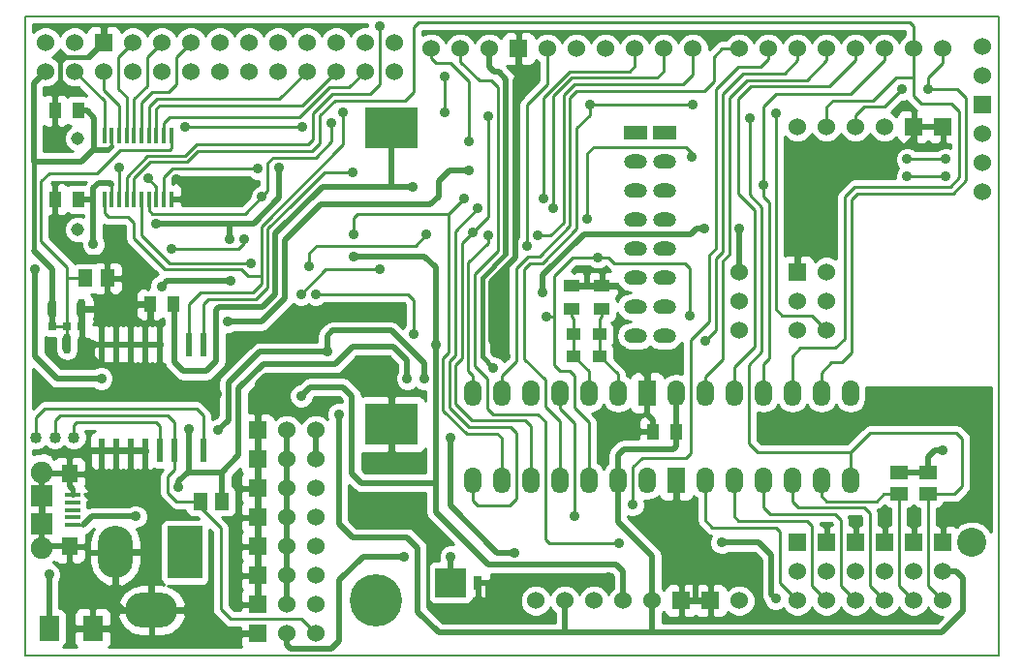
<source format=gbl>
G04 (created by PCBNEW (2013-03-15 BZR 4003)-stable) date 12-Jun-13 3:11:27 PM*
%MOIN*%
G04 Gerber Fmt 3.4, Leading zero omitted, Abs format*
%FSLAX34Y34*%
G01*
G70*
G90*
G04 APERTURE LIST*
%ADD10C,2.3622e-006*%
%ADD11C,0.005*%
%ADD12R,0.06X0.06*%
%ADD13C,0.06*%
%ADD14R,0.07X0.0875*%
%ADD15R,0.0165X0.0579*%
%ADD16R,0.0512X0.059*%
%ADD17R,0.042X0.056*%
%ADD18R,0.056X0.042*%
%ADD19R,0.059X0.0512*%
%ADD20C,0.04*%
%ADD21R,0.0512X0.0413*%
%ADD22R,0.0236X0.0787*%
%ADD23R,0.18X0.14*%
%ADD24R,0.08X0.05*%
%ADD25O,0.08X0.05*%
%ADD26R,0.054X0.016*%
%ADD27R,0.056X0.063*%
%ADD28R,0.075X0.075*%
%ADD29C,0.075*%
%ADD30C,0.045*%
%ADD31R,0.105X0.1*%
%ADD32R,0.03X0.05*%
%ADD33O,0.12X0.18*%
%ADD34R,0.12X0.18*%
%ADD35O,0.18X0.12*%
%ADD36O,0.03X0.07*%
%ADD37R,0.03X0.03*%
%ADD38C,0.18*%
%ADD39C,0.1*%
%ADD40O,0.06X0.09*%
%ADD41R,0.06X0.09*%
%ADD42C,0.035*%
%ADD43C,0.02*%
%ADD44C,0.015*%
%ADD45C,0.01*%
G04 APERTURE END LIST*
G54D10*
G54D11*
X43500Y-32000D02*
X43500Y-10000D01*
X10000Y-10000D02*
X43500Y-10000D01*
X43500Y-32000D02*
X10000Y-32000D01*
X10000Y-32000D02*
X10000Y-10000D01*
G54D12*
X18000Y-31250D03*
X18000Y-30250D03*
X18000Y-29250D03*
X18000Y-28250D03*
X18000Y-27250D03*
X18000Y-26250D03*
X18000Y-25250D03*
X18000Y-24250D03*
G54D13*
X19000Y-31250D03*
X19000Y-30250D03*
X19000Y-29250D03*
X19000Y-28250D03*
X19000Y-27250D03*
X19000Y-26250D03*
X19000Y-25250D03*
X19000Y-24250D03*
G54D14*
X12325Y-31075D03*
X10825Y-31075D03*
G54D15*
X13747Y-14098D03*
X14003Y-14098D03*
X14259Y-14098D03*
X14515Y-14098D03*
X12983Y-16300D03*
X12979Y-14098D03*
X13235Y-14098D03*
X13491Y-14098D03*
X14771Y-16302D03*
X14515Y-16302D03*
X14259Y-16302D03*
X14003Y-16302D03*
X13747Y-16302D03*
X13491Y-16302D03*
X14771Y-14098D03*
X13235Y-16300D03*
X12723Y-14098D03*
X15027Y-14098D03*
X15027Y-16302D03*
X12723Y-16302D03*
G54D16*
X12075Y-19025D03*
X12825Y-19025D03*
G54D17*
X11025Y-13250D03*
X11825Y-13250D03*
X11025Y-16300D03*
X11825Y-16300D03*
G54D18*
X28800Y-20075D03*
X28800Y-19275D03*
G54D17*
X32400Y-24300D03*
X31600Y-24300D03*
X15100Y-19925D03*
X14300Y-19925D03*
G54D18*
X29850Y-20075D03*
X29850Y-19275D03*
G54D19*
X41075Y-25700D03*
X41075Y-26450D03*
X40075Y-25700D03*
X40075Y-26450D03*
G54D20*
X11675Y-24500D03*
X11025Y-24500D03*
X10375Y-24500D03*
G54D21*
X29775Y-21700D03*
X28875Y-20950D03*
X29775Y-20950D03*
X28875Y-21700D03*
G54D22*
X16125Y-24956D03*
X15625Y-24956D03*
X15125Y-24956D03*
X14625Y-24956D03*
X14125Y-24956D03*
X13625Y-24956D03*
X13125Y-24956D03*
X12625Y-24956D03*
X12625Y-21294D03*
X13125Y-21294D03*
X13625Y-21294D03*
X14125Y-21294D03*
X14625Y-21294D03*
X15125Y-21294D03*
X15625Y-21294D03*
X16125Y-21294D03*
G54D16*
X16775Y-26700D03*
X16025Y-26700D03*
G54D23*
X22600Y-24050D03*
X22600Y-13850D03*
G54D13*
X20000Y-31250D03*
X20000Y-30250D03*
X20000Y-29250D03*
X20000Y-28250D03*
X20000Y-27250D03*
X20000Y-26250D03*
X20000Y-25250D03*
X20000Y-24250D03*
X42950Y-11050D03*
X42950Y-12050D03*
G54D12*
X42950Y-13050D03*
G54D13*
X42950Y-14050D03*
X42950Y-15050D03*
X42950Y-16050D03*
G54D24*
X31000Y-14000D03*
G54D25*
X31000Y-15000D03*
X31000Y-16000D03*
X31000Y-17000D03*
X31000Y-18000D03*
X31000Y-19000D03*
X31000Y-20000D03*
X31000Y-21000D03*
G54D24*
X32000Y-14000D03*
G54D25*
X32000Y-15000D03*
X32000Y-16000D03*
X32000Y-17000D03*
X32000Y-18000D03*
X32000Y-19000D03*
X32000Y-20000D03*
X32000Y-21000D03*
G54D26*
X11625Y-27000D03*
X11625Y-26744D03*
X11625Y-26488D03*
X11625Y-27256D03*
X11625Y-27512D03*
G54D27*
X11525Y-28250D03*
X11525Y-25750D03*
G54D28*
X10575Y-27475D03*
X10575Y-26525D03*
G54D29*
X10575Y-28300D03*
X10575Y-25700D03*
G54D13*
X37575Y-20800D03*
X36575Y-20800D03*
X37575Y-19800D03*
X36575Y-19800D03*
X37575Y-18800D03*
G54D12*
X36575Y-18800D03*
G54D30*
X11800Y-14200D03*
X11800Y-17350D03*
G54D31*
X24650Y-29500D03*
G54D32*
X25575Y-29500D03*
G54D33*
X13100Y-28450D03*
G54D34*
X15500Y-28450D03*
G54D35*
X14350Y-30450D03*
G54D13*
X10700Y-11900D03*
X10700Y-10900D03*
X11700Y-11900D03*
X11700Y-10900D03*
X12700Y-11900D03*
G54D12*
X12700Y-10900D03*
G54D13*
X13700Y-11900D03*
X13700Y-10900D03*
X14700Y-11900D03*
X14700Y-10900D03*
X15700Y-11900D03*
X15700Y-10900D03*
X16700Y-11900D03*
X16700Y-10900D03*
X17700Y-11900D03*
X17700Y-10900D03*
X18700Y-11900D03*
X18700Y-10900D03*
X19700Y-11900D03*
X19700Y-10900D03*
X20700Y-11900D03*
X20700Y-10900D03*
X21700Y-11900D03*
X21700Y-10900D03*
X22700Y-11900D03*
X22700Y-10900D03*
X34575Y-18800D03*
X34575Y-19800D03*
X34575Y-20800D03*
X41575Y-29125D03*
X40575Y-29125D03*
X39575Y-29125D03*
X38575Y-29125D03*
X37575Y-29125D03*
X36575Y-29125D03*
G54D12*
X41575Y-28125D03*
X40575Y-28125D03*
X39575Y-28125D03*
X38575Y-28125D03*
X37575Y-28125D03*
X36575Y-28125D03*
G54D36*
X11950Y-20075D03*
X10950Y-20075D03*
X11450Y-21275D03*
G54D37*
X10950Y-20675D03*
X11450Y-20675D03*
X11950Y-20675D03*
G54D12*
X41575Y-13800D03*
X40575Y-13800D03*
G54D13*
X39575Y-13800D03*
X38575Y-13800D03*
X37575Y-13800D03*
X36575Y-13800D03*
X41575Y-30125D03*
X40575Y-30125D03*
X39575Y-30125D03*
X36575Y-30125D03*
X37575Y-30125D03*
X38575Y-30125D03*
X34575Y-30125D03*
G54D12*
X33575Y-30125D03*
X32575Y-30125D03*
G54D13*
X30575Y-30125D03*
X29575Y-30125D03*
X41575Y-11125D03*
X40575Y-11125D03*
X39575Y-11125D03*
X38575Y-11125D03*
X37575Y-11125D03*
X36575Y-11125D03*
X35575Y-11125D03*
X34575Y-11125D03*
X32975Y-11125D03*
X31975Y-11125D03*
X30975Y-11125D03*
X29975Y-11125D03*
X28975Y-11125D03*
X27975Y-11125D03*
G54D12*
X26975Y-11125D03*
G54D13*
X25975Y-11125D03*
X31575Y-30125D03*
G54D38*
X22075Y-30125D03*
G54D39*
X42575Y-28125D03*
G54D13*
X28575Y-30125D03*
X27575Y-30125D03*
X24975Y-11125D03*
X23975Y-11125D03*
G54D40*
X37400Y-22975D03*
X36400Y-22975D03*
X35400Y-22975D03*
X34400Y-22975D03*
X33400Y-22975D03*
X32400Y-22975D03*
G54D41*
X31400Y-22975D03*
G54D40*
X30400Y-22975D03*
X29400Y-22975D03*
X28400Y-22975D03*
X27400Y-22975D03*
X26400Y-22975D03*
X25400Y-22975D03*
X38400Y-22975D03*
X25400Y-25975D03*
X26400Y-25975D03*
X27400Y-25975D03*
X28400Y-25975D03*
X29400Y-25975D03*
X30400Y-25975D03*
X31400Y-25975D03*
G54D41*
X32400Y-25975D03*
G54D40*
X33400Y-25975D03*
X34400Y-25975D03*
X35400Y-25975D03*
X36400Y-25975D03*
X37400Y-25975D03*
X38400Y-25975D03*
G54D42*
X35825Y-30050D03*
X14499Y-17135D03*
X19500Y-23075D03*
X17025Y-17675D03*
X33975Y-28125D03*
X34575Y-17300D03*
X33375Y-17300D03*
X18750Y-15225D03*
X21300Y-18275D03*
X24125Y-21300D03*
X27800Y-19500D03*
X23025Y-28600D03*
X24650Y-28600D03*
X26100Y-22100D03*
X40350Y-15525D03*
X41675Y-15525D03*
X27625Y-17550D03*
X25925Y-17550D03*
X25575Y-16625D03*
X28175Y-16625D03*
X41675Y-14925D03*
X35400Y-15825D03*
X40350Y-14925D03*
X33400Y-21175D03*
X28900Y-27225D03*
X30900Y-26825D03*
X17075Y-19125D03*
X23150Y-22475D03*
X12350Y-17850D03*
X14700Y-19300D03*
X41575Y-24950D03*
X15275Y-26225D03*
X10350Y-18700D03*
X15625Y-24200D03*
X12625Y-22475D03*
X10825Y-29225D03*
X20800Y-23700D03*
X15500Y-13825D03*
X35825Y-13350D03*
X32975Y-13050D03*
X14225Y-15575D03*
X19550Y-13825D03*
X29425Y-13050D03*
X25400Y-17450D03*
X20550Y-13675D03*
X18150Y-16225D03*
X25925Y-13450D03*
X29350Y-16975D03*
X19775Y-18600D03*
X17775Y-18500D03*
X32950Y-14850D03*
X23800Y-17525D03*
X22200Y-10350D03*
X40175Y-12525D03*
X41075Y-12525D03*
X18000Y-15250D03*
X23375Y-20950D03*
X27275Y-17925D03*
X32875Y-20325D03*
X29700Y-18300D03*
X27925Y-20350D03*
X20000Y-19575D03*
X34925Y-13500D03*
X25275Y-14300D03*
X13225Y-15200D03*
X21275Y-15375D03*
X20950Y-13325D03*
X24450Y-12075D03*
X30450Y-28150D03*
X24450Y-13325D03*
X17525Y-17675D03*
X15025Y-18025D03*
X27825Y-16275D03*
X21300Y-17525D03*
X25100Y-16275D03*
X16975Y-20525D03*
X25275Y-15300D03*
X13800Y-27225D03*
X20400Y-21550D03*
X23725Y-22475D03*
X26850Y-28475D03*
X16650Y-24250D03*
X24625Y-24500D03*
X23350Y-15875D03*
X11050Y-14125D03*
X12300Y-21300D03*
X26550Y-21700D03*
X16600Y-23025D03*
X25950Y-30200D03*
X15200Y-15600D03*
X13350Y-18325D03*
X29325Y-18775D03*
X30075Y-29300D03*
X22600Y-22025D03*
X32400Y-28125D03*
X30550Y-21525D03*
X22200Y-18725D03*
X19500Y-19575D03*
G54D43*
X27800Y-18925D02*
X27800Y-19500D01*
X30325Y-28875D02*
X25925Y-28875D01*
X33100Y-17300D02*
X32900Y-17500D01*
X35675Y-29900D02*
X35825Y-30050D01*
X32900Y-17500D02*
X29225Y-17500D01*
X35250Y-28125D02*
X35675Y-28550D01*
X24125Y-18650D02*
X23750Y-18275D01*
X19800Y-22775D02*
X19500Y-23075D01*
X33375Y-17300D02*
X33100Y-17300D01*
X14499Y-17135D02*
X17025Y-17135D01*
X17025Y-17675D02*
X17025Y-17135D01*
X24125Y-26075D02*
X21575Y-26075D01*
X35675Y-28550D02*
X35675Y-29900D01*
X17025Y-17135D02*
X17867Y-17135D01*
X33975Y-28125D02*
X35250Y-28125D01*
X23750Y-18275D02*
X21300Y-18275D01*
X21250Y-25750D02*
X21250Y-23075D01*
X24125Y-21300D02*
X24125Y-18650D01*
X34575Y-17300D02*
X34575Y-18800D01*
X24125Y-26050D02*
X24125Y-26075D01*
X21250Y-23075D02*
X20950Y-22775D01*
X20950Y-22775D02*
X19800Y-22775D01*
X30575Y-30125D02*
X30575Y-29125D01*
X24125Y-27075D02*
X25925Y-28875D01*
X18750Y-16252D02*
X17867Y-17135D01*
X18750Y-15225D02*
X18750Y-16252D01*
X21575Y-26075D02*
X21250Y-25750D01*
X29225Y-17500D02*
X27800Y-18925D01*
X24125Y-21300D02*
X24125Y-26050D01*
X24125Y-26050D02*
X24125Y-27075D01*
X30325Y-28875D02*
X30575Y-29125D01*
X20000Y-24250D02*
X20000Y-25250D01*
X20800Y-31500D02*
X20800Y-29425D01*
X19000Y-31250D02*
X19000Y-31650D01*
X20800Y-29425D02*
X21625Y-28600D01*
X19000Y-29250D02*
X19000Y-28250D01*
X19000Y-31650D02*
X19125Y-31775D01*
X20525Y-31775D02*
X20800Y-31500D01*
X19000Y-25250D02*
X19000Y-24250D01*
X19000Y-27250D02*
X19000Y-26250D01*
X23025Y-28600D02*
X21625Y-28600D01*
X19000Y-26250D02*
X19000Y-25250D01*
X19125Y-31775D02*
X20525Y-31775D01*
X19000Y-28250D02*
X19000Y-27250D01*
X19000Y-30250D02*
X19000Y-29250D01*
X24650Y-28600D02*
X24650Y-29500D01*
X26300Y-11925D02*
X26150Y-11925D01*
X26550Y-12175D02*
X26300Y-11925D01*
G54D44*
X25725Y-19000D02*
X25725Y-21725D01*
G54D43*
X25975Y-11750D02*
X25975Y-11125D01*
G54D44*
X25725Y-19000D02*
X26550Y-18175D01*
G54D43*
X26150Y-11925D02*
X25975Y-11750D01*
X26550Y-18175D02*
X26550Y-12175D01*
G54D44*
X25725Y-21725D02*
X26100Y-22100D01*
G54D45*
X41675Y-15525D02*
X40350Y-15525D01*
X25250Y-22225D02*
X25250Y-18475D01*
X25925Y-17800D02*
X25925Y-17550D01*
X28525Y-16500D02*
X28525Y-17100D01*
X25400Y-22975D02*
X25400Y-22375D01*
X28525Y-17100D02*
X28075Y-17550D01*
X25400Y-22375D02*
X25250Y-22225D01*
X25250Y-18475D02*
X25925Y-17800D01*
X28525Y-16500D02*
X28525Y-12725D01*
X32975Y-12025D02*
X32975Y-11125D01*
X28900Y-12350D02*
X32650Y-12350D01*
X28075Y-17550D02*
X27625Y-17550D01*
X28900Y-12350D02*
X28525Y-12725D01*
X32650Y-12350D02*
X32975Y-12025D01*
X28175Y-12750D02*
X28800Y-12125D01*
X31975Y-11900D02*
X31975Y-11125D01*
X26675Y-26850D02*
X25575Y-26850D01*
X26900Y-26625D02*
X26900Y-24350D01*
X26700Y-24150D02*
X25275Y-24150D01*
X28175Y-12750D02*
X28175Y-16625D01*
X24800Y-21675D02*
X24800Y-17400D01*
X25400Y-26675D02*
X25400Y-25975D01*
X31750Y-12125D02*
X31975Y-11900D01*
X25275Y-24150D02*
X24588Y-23463D01*
X24588Y-21887D02*
X24800Y-21675D01*
X24588Y-23463D02*
X24588Y-21887D01*
X26900Y-24350D02*
X26700Y-24150D01*
X25575Y-26850D02*
X25400Y-26675D01*
X24800Y-17400D02*
X25575Y-16625D01*
X28800Y-12125D02*
X31750Y-12125D01*
X26900Y-26625D02*
X26675Y-26850D01*
X29850Y-20350D02*
X29850Y-20075D01*
X29775Y-20425D02*
X29850Y-20350D01*
X29775Y-20950D02*
X29775Y-20425D01*
X30400Y-22975D02*
X30400Y-22325D01*
X29775Y-21700D02*
X29775Y-20950D01*
X30400Y-22325D02*
X29775Y-21700D01*
X28800Y-20350D02*
X28800Y-20075D01*
X29400Y-22975D02*
X29400Y-22225D01*
X28875Y-20950D02*
X28875Y-20425D01*
X28875Y-21700D02*
X28875Y-20950D01*
X29400Y-22225D02*
X28875Y-21700D01*
X28875Y-20425D02*
X28800Y-20350D01*
X35975Y-29525D02*
X35975Y-27750D01*
X35975Y-29525D02*
X36575Y-30125D01*
X35975Y-27750D02*
X35825Y-27600D01*
X35825Y-27600D02*
X33650Y-27600D01*
X33400Y-25975D02*
X33400Y-27350D01*
X33650Y-27600D02*
X33400Y-27350D01*
X37075Y-29625D02*
X37075Y-27550D01*
X37075Y-27550D02*
X36900Y-27375D01*
X36900Y-27375D02*
X34550Y-27375D01*
X37075Y-29625D02*
X37575Y-30125D01*
X34550Y-27375D02*
X34400Y-27225D01*
X34400Y-25975D02*
X34400Y-27225D01*
X35625Y-27150D02*
X35400Y-26925D01*
X37875Y-27150D02*
X35625Y-27150D01*
X38075Y-29625D02*
X38575Y-30125D01*
X38075Y-27350D02*
X37875Y-27150D01*
X38075Y-27350D02*
X38075Y-29625D01*
X35400Y-25975D02*
X35400Y-26925D01*
X36600Y-26925D02*
X36400Y-26725D01*
X38875Y-26925D02*
X36600Y-26925D01*
X36400Y-25975D02*
X36400Y-26725D01*
X39075Y-29625D02*
X39075Y-27125D01*
X39075Y-29625D02*
X39575Y-30125D01*
X39075Y-27125D02*
X38875Y-26925D01*
X35400Y-16225D02*
X35600Y-16425D01*
X35400Y-15825D02*
X35400Y-13100D01*
X35400Y-15825D02*
X35400Y-16225D01*
X35400Y-13100D02*
X35825Y-12675D01*
X35400Y-22975D02*
X35400Y-21975D01*
X35400Y-21975D02*
X35600Y-21775D01*
X39575Y-11125D02*
X39575Y-11502D01*
X41675Y-14925D02*
X40350Y-14925D01*
X39575Y-11502D02*
X38402Y-12675D01*
X35600Y-16425D02*
X35600Y-21775D01*
X35825Y-12675D02*
X38402Y-12675D01*
X37575Y-11523D02*
X37575Y-11125D01*
X36898Y-12200D02*
X37575Y-11523D01*
X34825Y-12200D02*
X36898Y-12200D01*
X34225Y-12800D02*
X34225Y-18200D01*
X33400Y-22425D02*
X33400Y-22975D01*
X34000Y-21825D02*
X33400Y-22425D01*
X34225Y-12800D02*
X34825Y-12200D01*
X34225Y-18200D02*
X34000Y-18425D01*
X34000Y-18425D02*
X34000Y-21825D01*
X34698Y-11975D02*
X34000Y-12673D01*
X34000Y-18125D02*
X33775Y-18350D01*
X33775Y-18350D02*
X33775Y-20800D01*
X28900Y-24000D02*
X28900Y-27225D01*
X34698Y-11975D02*
X36125Y-11975D01*
X33775Y-20800D02*
X33400Y-21175D01*
X28400Y-23500D02*
X28900Y-24000D01*
X36125Y-11975D02*
X36575Y-11525D01*
X36575Y-11525D02*
X36575Y-11125D01*
X34000Y-12673D02*
X34000Y-18125D01*
X28400Y-22975D02*
X28400Y-23500D01*
X33550Y-18225D02*
X33550Y-20500D01*
X32900Y-21150D02*
X32900Y-25050D01*
X33775Y-18000D02*
X33550Y-18225D01*
X31225Y-25200D02*
X32750Y-25200D01*
X30900Y-25525D02*
X31225Y-25200D01*
X32750Y-25200D02*
X32900Y-25050D01*
X35300Y-11750D02*
X35575Y-11475D01*
X33775Y-12525D02*
X34550Y-11750D01*
X33550Y-20500D02*
X32900Y-21150D01*
X30900Y-26825D02*
X30900Y-25525D01*
X35575Y-11475D02*
X35575Y-11125D01*
X34550Y-11750D02*
X35300Y-11750D01*
X33775Y-12525D02*
X33775Y-18000D01*
X28752Y-17223D02*
X28752Y-12798D01*
X28752Y-12798D02*
X28975Y-12575D01*
X33700Y-11399D02*
X33974Y-11125D01*
X33974Y-11125D02*
X34575Y-11125D01*
X33700Y-12250D02*
X33700Y-11399D01*
X33375Y-12575D02*
X33700Y-12250D01*
X28975Y-12575D02*
X33375Y-12575D01*
X28752Y-17223D02*
X27700Y-18275D01*
X26900Y-18675D02*
X27300Y-18275D01*
X27300Y-18275D02*
X27700Y-18275D01*
X26400Y-22375D02*
X26900Y-21875D01*
X26400Y-22975D02*
X26400Y-22375D01*
X26900Y-21875D02*
X26900Y-18675D01*
G54D43*
X21275Y-21375D02*
X20675Y-21975D01*
X15625Y-24200D02*
X15625Y-24956D01*
X28575Y-31225D02*
X31575Y-31225D01*
X15275Y-26025D02*
X15625Y-25675D01*
X41075Y-25175D02*
X41300Y-24950D01*
X41075Y-25700D02*
X41075Y-25175D01*
X10350Y-21725D02*
X10350Y-18700D01*
X20800Y-27475D02*
X21275Y-27950D01*
X23500Y-30500D02*
X23500Y-28300D01*
X22675Y-21375D02*
X21275Y-21375D01*
X41075Y-25700D02*
X40075Y-25700D01*
X12350Y-15925D02*
X12525Y-15750D01*
X23150Y-21850D02*
X22675Y-21375D01*
X32300Y-24900D02*
X32400Y-24800D01*
X30400Y-25975D02*
X30400Y-25100D01*
X15625Y-25700D02*
X16775Y-25700D01*
X24225Y-31225D02*
X28575Y-31225D01*
X17350Y-25125D02*
X16775Y-25700D01*
X12350Y-16300D02*
X12350Y-15925D01*
X12925Y-15750D02*
X12525Y-15750D01*
X31575Y-31225D02*
X41525Y-31225D01*
X16775Y-26700D02*
X16775Y-25700D01*
X42050Y-29125D02*
X42275Y-29350D01*
X41300Y-24950D02*
X41575Y-24950D01*
X42275Y-29350D02*
X42275Y-30475D01*
X15625Y-24956D02*
X15625Y-25675D01*
X17350Y-22825D02*
X18200Y-21975D01*
X17350Y-22825D02*
X17350Y-25125D01*
X23150Y-22475D02*
X23150Y-21850D01*
X14875Y-19125D02*
X14700Y-19300D01*
X20675Y-21975D02*
X18200Y-21975D01*
X28575Y-30125D02*
X28575Y-31225D01*
X30400Y-25975D02*
X30400Y-27400D01*
G54D45*
X12983Y-16300D02*
X12983Y-15808D01*
G54D43*
X15275Y-26225D02*
X15275Y-26025D01*
X15625Y-25675D02*
X15625Y-25700D01*
X23500Y-30500D02*
X24225Y-31225D01*
X11100Y-22475D02*
X10350Y-21725D01*
X30400Y-27400D02*
X31575Y-28575D01*
X32400Y-24300D02*
X32400Y-24800D01*
X30400Y-25100D02*
X30600Y-24900D01*
X32400Y-24300D02*
X32400Y-22975D01*
X12350Y-17850D02*
X12350Y-16300D01*
X20800Y-23700D02*
X20800Y-27475D01*
X21275Y-27950D02*
X23150Y-27950D01*
X41575Y-29125D02*
X42050Y-29125D01*
X23150Y-27950D02*
X23500Y-28300D01*
X12625Y-22475D02*
X11100Y-22475D01*
X12983Y-15808D02*
X12925Y-15750D01*
X10825Y-31075D02*
X10825Y-29225D01*
X30600Y-24900D02*
X32300Y-24900D01*
X31575Y-30125D02*
X31575Y-31225D01*
X11825Y-16300D02*
X12350Y-16300D01*
X17075Y-19125D02*
X14875Y-19125D01*
X41525Y-31225D02*
X42275Y-30475D01*
X31575Y-30125D02*
X31575Y-28575D01*
G54D45*
X37075Y-20300D02*
X37575Y-20800D01*
X32975Y-13050D02*
X29425Y-13050D01*
X15500Y-13825D02*
X19550Y-13825D01*
X27900Y-23450D02*
X27900Y-22525D01*
X27175Y-18700D02*
X27375Y-18500D01*
X29425Y-13400D02*
X28975Y-13850D01*
X14515Y-15865D02*
X14225Y-15575D01*
X14515Y-16302D02*
X14515Y-15865D01*
X27375Y-18500D02*
X27800Y-18500D01*
X37075Y-20300D02*
X36050Y-20300D01*
X28400Y-25975D02*
X28400Y-23950D01*
X28975Y-13850D02*
X28975Y-17325D01*
X35825Y-20075D02*
X35825Y-13350D01*
X27900Y-22525D02*
X27175Y-21800D01*
X28975Y-17325D02*
X27800Y-18500D01*
X36050Y-20300D02*
X35825Y-20075D01*
X29425Y-13050D02*
X29425Y-13400D01*
X28400Y-23950D02*
X27900Y-23450D01*
X27175Y-21800D02*
X27175Y-18700D01*
X25925Y-13450D02*
X25925Y-16925D01*
X27200Y-23925D02*
X25375Y-23925D01*
X18350Y-16025D02*
X18150Y-16225D01*
X24791Y-22009D02*
X25025Y-21775D01*
X25400Y-17450D02*
X25925Y-16925D01*
X24791Y-23341D02*
X24791Y-22009D01*
X17575Y-16800D02*
X18150Y-16225D01*
X20000Y-14875D02*
X18523Y-14875D01*
X20550Y-13675D02*
X20550Y-14325D01*
X25025Y-21775D02*
X25025Y-17825D01*
X14375Y-16800D02*
X17575Y-16800D01*
X14259Y-16684D02*
X14375Y-16800D01*
X25375Y-23925D02*
X24791Y-23341D01*
X18350Y-15048D02*
X18350Y-16025D01*
X14259Y-16302D02*
X14259Y-16684D01*
X27400Y-24125D02*
X27200Y-23925D01*
X18350Y-15048D02*
X18523Y-14875D01*
X20550Y-14325D02*
X20000Y-14875D01*
X25025Y-17825D02*
X25400Y-17450D01*
X27400Y-25975D02*
X27400Y-24125D01*
X32725Y-14500D02*
X29575Y-14500D01*
X14003Y-17528D02*
X14003Y-16302D01*
X29350Y-16975D02*
X29350Y-14725D01*
X19775Y-18150D02*
X19775Y-18600D01*
X32950Y-14725D02*
X32725Y-14500D01*
X20025Y-17900D02*
X23425Y-17900D01*
X20025Y-17900D02*
X19775Y-18150D01*
X23425Y-17900D02*
X23800Y-17525D01*
X32950Y-14850D02*
X32950Y-14725D01*
X29575Y-14500D02*
X29350Y-14725D01*
X14975Y-18500D02*
X14003Y-17528D01*
X17775Y-18500D02*
X14975Y-18500D01*
X37750Y-21925D02*
X38100Y-21925D01*
X38450Y-21575D02*
X38450Y-16300D01*
X38450Y-21575D02*
X38100Y-21925D01*
X37400Y-22975D02*
X37400Y-22275D01*
X37400Y-22275D02*
X37750Y-21925D01*
X21875Y-12675D02*
X20573Y-12675D01*
X38450Y-16300D02*
X38650Y-16100D01*
X13491Y-15534D02*
X13491Y-16302D01*
X41075Y-12525D02*
X41075Y-12100D01*
X19727Y-14423D02*
X15891Y-14423D01*
X13491Y-15534D02*
X14202Y-14823D01*
X19899Y-14251D02*
X19727Y-14423D01*
X42375Y-15650D02*
X41925Y-16100D01*
X15491Y-14823D02*
X15891Y-14423D01*
X41075Y-12100D02*
X41575Y-11600D01*
X19899Y-13349D02*
X19899Y-14251D01*
X42375Y-12825D02*
X42375Y-15650D01*
X14202Y-14823D02*
X15491Y-14823D01*
X42075Y-12525D02*
X42375Y-12825D01*
X38875Y-13125D02*
X39575Y-13125D01*
X39575Y-13125D02*
X40175Y-12525D01*
X41075Y-12525D02*
X42075Y-12525D01*
X38575Y-13800D02*
X38575Y-13425D01*
X20573Y-12675D02*
X19899Y-13349D01*
X38650Y-16100D02*
X41925Y-16100D01*
X38575Y-13425D02*
X38875Y-13125D01*
X22200Y-12350D02*
X22200Y-10350D01*
X21875Y-12675D02*
X22200Y-12350D01*
X41575Y-11600D02*
X41575Y-11125D01*
G54D44*
X10300Y-15000D02*
X10300Y-18075D01*
G54D45*
X10825Y-15400D02*
X10550Y-15675D01*
G54D43*
X11950Y-15000D02*
X12375Y-14575D01*
G54D45*
X11450Y-19050D02*
X11450Y-19025D01*
X13275Y-14600D02*
X12475Y-15400D01*
G54D43*
X11825Y-13250D02*
X12125Y-13250D01*
X10950Y-20075D02*
X10950Y-18725D01*
X12125Y-13250D02*
X12375Y-13500D01*
G54D45*
X10550Y-15675D02*
X10550Y-17750D01*
G54D43*
X12375Y-14600D02*
X12850Y-14600D01*
G54D44*
X12850Y-14600D02*
X12979Y-14471D01*
G54D45*
X11450Y-19050D02*
X11450Y-18650D01*
G54D43*
X12375Y-14575D02*
X12375Y-13500D01*
G54D45*
X11450Y-21275D02*
X11450Y-20675D01*
X14975Y-14600D02*
X13275Y-14600D01*
G54D43*
X11950Y-15000D02*
X10300Y-15000D01*
X10300Y-12300D02*
X10700Y-11900D01*
G54D45*
X11450Y-20675D02*
X10950Y-20675D01*
X15027Y-14548D02*
X14975Y-14600D01*
G54D43*
X10300Y-15000D02*
X10300Y-12300D01*
G54D45*
X12979Y-14471D02*
X12979Y-14098D01*
X12475Y-15400D02*
X10825Y-15400D01*
G54D43*
X10950Y-20675D02*
X10950Y-20075D01*
G54D45*
X15027Y-14098D02*
X15027Y-14548D01*
G54D43*
X10950Y-18725D02*
X10300Y-18075D01*
G54D45*
X11450Y-20675D02*
X11450Y-19050D01*
X11450Y-19025D02*
X12075Y-19025D01*
X11450Y-18650D02*
X10550Y-17750D01*
G54D43*
X12375Y-14600D02*
X12375Y-14575D01*
G54D45*
X14515Y-14098D02*
X14515Y-13185D01*
X14515Y-13185D02*
X14625Y-13075D01*
X14625Y-13075D02*
X19525Y-13075D01*
X19525Y-13075D02*
X20700Y-11900D01*
X14525Y-12850D02*
X18750Y-12850D01*
X14259Y-13116D02*
X14525Y-12850D01*
X14259Y-14098D02*
X14259Y-13116D01*
X18750Y-12850D02*
X19700Y-11900D01*
X14003Y-12972D02*
X14375Y-12600D01*
X14003Y-14098D02*
X14003Y-12972D01*
X15200Y-12350D02*
X15200Y-11400D01*
X14950Y-12600D02*
X15200Y-12350D01*
X15200Y-11400D02*
X15700Y-10900D01*
X14375Y-12600D02*
X14950Y-12600D01*
X13747Y-12853D02*
X14200Y-12400D01*
X14200Y-12400D02*
X14200Y-11400D01*
X14200Y-11400D02*
X14700Y-10900D01*
X13747Y-14098D02*
X13747Y-12853D01*
X20473Y-12452D02*
X19450Y-13475D01*
X14771Y-13679D02*
X14975Y-13475D01*
X14771Y-14098D02*
X14771Y-13679D01*
X14975Y-13475D02*
X19450Y-13475D01*
X21148Y-12452D02*
X21700Y-11900D01*
X21148Y-12452D02*
X20473Y-12452D01*
X12700Y-11900D02*
X12700Y-12550D01*
X12700Y-12550D02*
X13235Y-13085D01*
X13235Y-14098D02*
X13235Y-13085D01*
X12723Y-14098D02*
X12723Y-12923D01*
X12723Y-12923D02*
X11700Y-11900D01*
X13491Y-14098D02*
X13491Y-12791D01*
X13491Y-12791D02*
X13200Y-12500D01*
X13200Y-11400D02*
X13700Y-10900D01*
X13200Y-12500D02*
X13200Y-11400D01*
X28200Y-22000D02*
X28400Y-22200D01*
X32875Y-20325D02*
X32875Y-18675D01*
X28200Y-18949D02*
X28849Y-18300D01*
X27275Y-17925D02*
X27275Y-13050D01*
X27925Y-20350D02*
X28200Y-20350D01*
X23375Y-19775D02*
X23175Y-19575D01*
X14771Y-16302D02*
X14771Y-15554D01*
X27275Y-13050D02*
X27975Y-12350D01*
X29700Y-18300D02*
X28849Y-18300D01*
X23375Y-20950D02*
X23375Y-19775D01*
X30275Y-18500D02*
X32700Y-18500D01*
X14771Y-15554D02*
X15075Y-15250D01*
X28200Y-20350D02*
X28200Y-22000D01*
X28900Y-23475D02*
X28900Y-22375D01*
X28900Y-22375D02*
X28725Y-22200D01*
X20000Y-19575D02*
X23175Y-19575D01*
X32875Y-18675D02*
X32700Y-18500D01*
X30075Y-18300D02*
X30275Y-18500D01*
X29400Y-23975D02*
X28900Y-23475D01*
X27975Y-11125D02*
X27975Y-12350D01*
X29700Y-18300D02*
X30075Y-18300D01*
X29400Y-25975D02*
X29400Y-23975D01*
X28200Y-18949D02*
X28200Y-20350D01*
X15075Y-15250D02*
X18000Y-15250D01*
X28725Y-22200D02*
X28400Y-22200D01*
X34900Y-24725D02*
X34900Y-22000D01*
X24625Y-11600D02*
X24125Y-11600D01*
X42050Y-24350D02*
X39075Y-24350D01*
X42250Y-24550D02*
X42050Y-24350D01*
X42250Y-26175D02*
X42250Y-24550D01*
X39075Y-24350D02*
X38400Y-25025D01*
X38400Y-25025D02*
X35200Y-25025D01*
X23975Y-11450D02*
X24125Y-11600D01*
X23975Y-11125D02*
X23975Y-11450D01*
X41075Y-29625D02*
X41075Y-26450D01*
X35350Y-21550D02*
X34900Y-22000D01*
X35350Y-21550D02*
X35350Y-16575D01*
X17950Y-19750D02*
X16300Y-19750D01*
X18350Y-19350D02*
X18350Y-17325D01*
X34925Y-16150D02*
X34925Y-13500D01*
X16125Y-19925D02*
X16125Y-21294D01*
X17950Y-19750D02*
X18350Y-19350D01*
X25275Y-12250D02*
X24625Y-11600D01*
X25275Y-14300D02*
X25275Y-12250D01*
X16300Y-19750D02*
X16125Y-19925D01*
X41975Y-26450D02*
X42250Y-26175D01*
X41075Y-26450D02*
X41975Y-26450D01*
X19188Y-16487D02*
X20200Y-15475D01*
X20200Y-15475D02*
X20300Y-15375D01*
X20200Y-15475D02*
X20200Y-15475D01*
X18350Y-17325D02*
X19188Y-16487D01*
X35350Y-16575D02*
X34925Y-16150D01*
X13235Y-16300D02*
X13235Y-15560D01*
X38400Y-25975D02*
X38400Y-25025D01*
X35200Y-25025D02*
X34900Y-24725D01*
X13235Y-15560D02*
X13225Y-15550D01*
X13225Y-15550D02*
X13225Y-15200D01*
X41075Y-29625D02*
X41575Y-30125D01*
X21275Y-15375D02*
X20300Y-15375D01*
X37400Y-25975D02*
X37400Y-26525D01*
X37400Y-26525D02*
X37575Y-26700D01*
X37575Y-26700D02*
X39300Y-26700D01*
X39550Y-26450D02*
X39300Y-26700D01*
X40075Y-26450D02*
X39550Y-26450D01*
X27900Y-23950D02*
X27900Y-28000D01*
X40075Y-26450D02*
X40075Y-29625D01*
X25625Y-12225D02*
X24975Y-11575D01*
X24450Y-12075D02*
X24450Y-13325D01*
X13750Y-17650D02*
X14813Y-18713D01*
X25475Y-18879D02*
X26275Y-18079D01*
X40075Y-29625D02*
X40575Y-30125D01*
X13750Y-17125D02*
X13750Y-17650D01*
X18125Y-19225D02*
X18125Y-18950D01*
X15625Y-21294D02*
X15625Y-19925D01*
X15625Y-19925D02*
X16038Y-19512D01*
X18125Y-17525D02*
X18125Y-18950D01*
X20950Y-13325D02*
X20950Y-14325D01*
X17838Y-19512D02*
X18125Y-19225D01*
X17675Y-18950D02*
X18125Y-18950D01*
X14813Y-18713D02*
X17438Y-18713D01*
X12723Y-16302D02*
X12723Y-16773D01*
X17438Y-18713D02*
X17675Y-18950D01*
X12723Y-16773D02*
X12875Y-16925D01*
X13550Y-16925D02*
X13750Y-17125D01*
X26050Y-12225D02*
X25625Y-12225D01*
X18125Y-17525D02*
X18125Y-17250D01*
X18125Y-17250D02*
X20950Y-14425D01*
X20950Y-14425D02*
X20950Y-14325D01*
X17838Y-19512D02*
X16038Y-19512D01*
X24975Y-11575D02*
X24975Y-11125D01*
X27900Y-23950D02*
X27650Y-23700D01*
X26275Y-12450D02*
X26050Y-12225D01*
X27650Y-23700D02*
X26100Y-23700D01*
X30450Y-28150D02*
X28050Y-28150D01*
X25900Y-23500D02*
X25900Y-22475D01*
X27900Y-28000D02*
X28050Y-28150D01*
X25900Y-22475D02*
X25475Y-22050D01*
X26100Y-23700D02*
X25900Y-23500D01*
X12875Y-16925D02*
X13550Y-16925D01*
X25475Y-22050D02*
X25475Y-18879D01*
X26275Y-18079D02*
X26275Y-12450D01*
X36400Y-21702D02*
X36677Y-21425D01*
X36400Y-22975D02*
X36400Y-21702D01*
X37876Y-21425D02*
X38200Y-21101D01*
X36677Y-21425D02*
X37876Y-21425D01*
X40425Y-10200D02*
X40575Y-10350D01*
X14300Y-15025D02*
X13747Y-15578D01*
X20150Y-14375D02*
X19875Y-14650D01*
X20675Y-12900D02*
X20150Y-13425D01*
X15950Y-14650D02*
X15575Y-15025D01*
X23375Y-12600D02*
X23375Y-10375D01*
X23075Y-12900D02*
X20675Y-12900D01*
X40825Y-13000D02*
X41875Y-13000D01*
X15575Y-15025D02*
X14300Y-15025D01*
X40575Y-10350D02*
X40575Y-11125D01*
X23550Y-10200D02*
X40425Y-10200D01*
X19875Y-14650D02*
X15950Y-14650D01*
X20150Y-13425D02*
X20150Y-14375D01*
X13747Y-16302D02*
X13747Y-15578D01*
X23375Y-10375D02*
X23550Y-10200D01*
X41875Y-13000D02*
X42150Y-13275D01*
X37800Y-12900D02*
X39175Y-12900D01*
X41825Y-15875D02*
X38550Y-15875D01*
X40575Y-12750D02*
X40825Y-13000D01*
X40575Y-12100D02*
X39975Y-12100D01*
X23075Y-12900D02*
X23375Y-12600D01*
X40575Y-11125D02*
X40575Y-12100D01*
X39175Y-12900D02*
X39975Y-12100D01*
X38200Y-16225D02*
X38550Y-15875D01*
X42150Y-15550D02*
X41825Y-15875D01*
X37575Y-13800D02*
X37575Y-13125D01*
X42150Y-13275D02*
X42150Y-15550D01*
X38200Y-21101D02*
X38200Y-16225D01*
X37575Y-13125D02*
X37800Y-12900D01*
X40575Y-12100D02*
X40575Y-12750D01*
X17525Y-17825D02*
X17325Y-18025D01*
X17525Y-17675D02*
X17525Y-17825D01*
X17325Y-18025D02*
X15025Y-18025D01*
X30800Y-11900D02*
X30975Y-11725D01*
X30975Y-11725D02*
X30975Y-11125D01*
X21300Y-17525D02*
X21300Y-16950D01*
X24385Y-21765D02*
X24575Y-21575D01*
X24575Y-21575D02*
X24575Y-16800D01*
X21450Y-16800D02*
X21300Y-16950D01*
X26250Y-24375D02*
X25200Y-24375D01*
X24385Y-23560D02*
X25200Y-24375D01*
X26400Y-24525D02*
X26250Y-24375D01*
X24575Y-16800D02*
X21450Y-16800D01*
X24575Y-16800D02*
X25100Y-16275D01*
X28725Y-11900D02*
X30800Y-11900D01*
X27825Y-12800D02*
X28725Y-11900D01*
X27825Y-16275D02*
X27825Y-12800D01*
X26400Y-25975D02*
X26400Y-24525D01*
X24385Y-23560D02*
X24385Y-21765D01*
G54D43*
X18929Y-17721D02*
X18929Y-19721D01*
X24600Y-15300D02*
X24225Y-15675D01*
X25275Y-15300D02*
X24600Y-15300D01*
X24225Y-15675D02*
X24225Y-16198D01*
X18125Y-20525D02*
X18929Y-19721D01*
X23948Y-16475D02*
X20175Y-16475D01*
X24225Y-16198D02*
X23948Y-16475D01*
X20175Y-16475D02*
X18929Y-17721D01*
X16975Y-20525D02*
X18125Y-20525D01*
X12300Y-27225D02*
X13800Y-27225D01*
G54D45*
X12013Y-27512D02*
X11625Y-27512D01*
G54D43*
X12013Y-27512D02*
X12300Y-27225D01*
X20400Y-21550D02*
X20400Y-21000D01*
X20575Y-20825D02*
X22600Y-20825D01*
X23725Y-22475D02*
X23725Y-21950D01*
X22600Y-20825D02*
X23725Y-21950D01*
X18075Y-21550D02*
X20400Y-21550D01*
X17000Y-23900D02*
X16650Y-24250D01*
X18075Y-21550D02*
X17000Y-22625D01*
X20400Y-21000D02*
X20575Y-20825D01*
X17000Y-22625D02*
X17000Y-23900D01*
X24625Y-26850D02*
X26250Y-28475D01*
X24625Y-24500D02*
X24625Y-26850D01*
X26250Y-28475D02*
X26850Y-28475D01*
G54D45*
X10375Y-24500D02*
X10375Y-23825D01*
X16125Y-24956D02*
X16125Y-23750D01*
X16125Y-23750D02*
X15900Y-23525D01*
X10375Y-23825D02*
X10675Y-23525D01*
X15900Y-23525D02*
X10675Y-23525D01*
G54D43*
X16686Y-20014D02*
X16575Y-20125D01*
X18614Y-17486D02*
X20225Y-15875D01*
X18614Y-19564D02*
X18164Y-20014D01*
X16230Y-22220D02*
X16575Y-21875D01*
X16575Y-20125D02*
X16575Y-21875D01*
X18164Y-20014D02*
X16686Y-20014D01*
X15125Y-19950D02*
X15100Y-19925D01*
X20225Y-15875D02*
X22600Y-15875D01*
X15125Y-21900D02*
X15445Y-22220D01*
X22600Y-13850D02*
X22600Y-15875D01*
X23350Y-15875D02*
X22600Y-15875D01*
X15125Y-21294D02*
X15125Y-21900D01*
X15125Y-21294D02*
X15125Y-19950D01*
X15445Y-22220D02*
X16230Y-22220D01*
X18614Y-19564D02*
X18614Y-17486D01*
G54D45*
X19500Y-30750D02*
X20000Y-31250D01*
X16725Y-27625D02*
X16025Y-26925D01*
X17075Y-30750D02*
X19500Y-30750D01*
X16725Y-30400D02*
X17075Y-30750D01*
X16725Y-27625D02*
X16725Y-30400D01*
X14900Y-23750D02*
X11200Y-23750D01*
X16025Y-26700D02*
X16025Y-26925D01*
X11025Y-24500D02*
X11025Y-23925D01*
X15125Y-24956D02*
X15125Y-25625D01*
X15125Y-24956D02*
X15125Y-23975D01*
X34975Y-12425D02*
X34550Y-12850D01*
X35100Y-16675D02*
X34550Y-16125D01*
X34400Y-22975D02*
X34400Y-22075D01*
X34975Y-12425D02*
X37672Y-12425D01*
X35100Y-21375D02*
X34400Y-22075D01*
X37672Y-12425D02*
X38575Y-11522D01*
X15125Y-23975D02*
X14900Y-23750D01*
X35100Y-16675D02*
X35100Y-21375D01*
X15200Y-26700D02*
X14900Y-26400D01*
X11200Y-23750D02*
X11025Y-23925D01*
X34550Y-16125D02*
X34550Y-12850D01*
X15125Y-25625D02*
X14900Y-25850D01*
X38575Y-11522D02*
X38575Y-11125D01*
X16025Y-26700D02*
X15200Y-26700D01*
X14900Y-25850D02*
X14900Y-26400D01*
X11675Y-24500D02*
X11675Y-24075D01*
X14625Y-24956D02*
X14625Y-24100D01*
X11775Y-23975D02*
X11675Y-24075D01*
X14500Y-23975D02*
X11775Y-23975D01*
X14625Y-24100D02*
X14500Y-23975D01*
G54D43*
X26975Y-11125D02*
X26975Y-12125D01*
X15575Y-15600D02*
X15200Y-15600D01*
X15700Y-16150D02*
X15700Y-15725D01*
X15548Y-16302D02*
X15700Y-16150D01*
X26975Y-12125D02*
X26875Y-12225D01*
X12625Y-24956D02*
X13125Y-24956D01*
X12825Y-19500D02*
X13125Y-19800D01*
X10625Y-25750D02*
X10575Y-25700D01*
X26875Y-12225D02*
X26875Y-18300D01*
X11625Y-26275D02*
X11525Y-26175D01*
X29300Y-19275D02*
X29850Y-19275D01*
X18275Y-22375D02*
X18000Y-22650D01*
X18000Y-22650D02*
X18000Y-24250D01*
X31400Y-22375D02*
X30550Y-21525D01*
X26025Y-19150D02*
X26025Y-21175D01*
X40575Y-13800D02*
X40575Y-14200D01*
X22600Y-22025D02*
X21250Y-22025D01*
X12825Y-18325D02*
X11925Y-18325D01*
X16875Y-31250D02*
X16075Y-30450D01*
X16600Y-23025D02*
X14700Y-23025D01*
X13350Y-18325D02*
X12825Y-18325D01*
G54D45*
X15027Y-16302D02*
X15548Y-16302D01*
G54D43*
X15700Y-15725D02*
X15575Y-15600D01*
X11525Y-26175D02*
X11525Y-25750D01*
X16075Y-30450D02*
X14350Y-30450D01*
X18000Y-24250D02*
X18000Y-25250D01*
X12200Y-11400D02*
X12700Y-10900D01*
X18000Y-26250D02*
X18000Y-27250D01*
X26875Y-18300D02*
X26025Y-19150D01*
X41575Y-13800D02*
X40575Y-13800D01*
X12825Y-19025D02*
X12825Y-18325D01*
X21250Y-22025D02*
X20900Y-22375D01*
X11525Y-28250D02*
X10625Y-28250D01*
X12300Y-21300D02*
X12306Y-21294D01*
X14350Y-30450D02*
X13375Y-30450D01*
X10575Y-26525D02*
X10575Y-27475D01*
X11525Y-25750D02*
X10625Y-25750D01*
X26025Y-21175D02*
X26550Y-21700D01*
X40575Y-14200D02*
X40300Y-14475D01*
X12306Y-21294D02*
X12625Y-21294D01*
X11925Y-18325D02*
X11025Y-17425D01*
X28800Y-19275D02*
X29300Y-19275D01*
X25950Y-29500D02*
X26650Y-29500D01*
X31400Y-22975D02*
X31400Y-22375D01*
X14300Y-19925D02*
X13850Y-19925D01*
X11025Y-13250D02*
X11025Y-14100D01*
X18000Y-28250D02*
X18000Y-29250D01*
X26850Y-29300D02*
X26650Y-29500D01*
G54D44*
X11325Y-11400D02*
X12200Y-11400D01*
G54D43*
X31600Y-24300D02*
X31600Y-23900D01*
X14350Y-26700D02*
X13550Y-25900D01*
X22600Y-24050D02*
X22600Y-22025D01*
X11200Y-11525D02*
X11325Y-11400D01*
X10575Y-28300D02*
X10575Y-27475D01*
X13625Y-21294D02*
X13125Y-21294D01*
X12575Y-22025D02*
X13700Y-22025D01*
X12475Y-25900D02*
X13550Y-25900D01*
X12200Y-25050D02*
X12200Y-25625D01*
X13125Y-21294D02*
X13125Y-20075D01*
X11950Y-20075D02*
X11950Y-20675D01*
X12825Y-19025D02*
X12825Y-19500D01*
X33575Y-30125D02*
X33075Y-30125D01*
X13125Y-21294D02*
X12625Y-21294D01*
X12300Y-21750D02*
X12575Y-22025D01*
X13700Y-20075D02*
X13850Y-19925D01*
X36575Y-14925D02*
X36575Y-18800D01*
X37025Y-14475D02*
X36575Y-14925D01*
X13125Y-20075D02*
X13700Y-20075D01*
X13125Y-19800D02*
X13125Y-20075D01*
X14625Y-21294D02*
X14125Y-21294D01*
X11025Y-12600D02*
X11200Y-12425D01*
X18000Y-31250D02*
X16875Y-31250D01*
X12950Y-30025D02*
X12325Y-30025D01*
X30075Y-29300D02*
X26850Y-29300D01*
X32400Y-25975D02*
X32400Y-28125D01*
X12200Y-25625D02*
X12475Y-25900D01*
X12300Y-21300D02*
X12300Y-21750D01*
X14125Y-21294D02*
X13625Y-21294D01*
X11950Y-20075D02*
X13125Y-20075D01*
X18000Y-25250D02*
X18000Y-26250D01*
X10575Y-26525D02*
X10575Y-25700D01*
X29325Y-19275D02*
X29300Y-19275D01*
X12294Y-24956D02*
X12200Y-25050D01*
X25575Y-29500D02*
X25950Y-29500D01*
X12325Y-31075D02*
X12325Y-30025D01*
X13125Y-24956D02*
X13625Y-24956D01*
X33075Y-28800D02*
X32400Y-28125D01*
X11025Y-16300D02*
X11025Y-17425D01*
X20900Y-22375D02*
X18275Y-22375D01*
X31600Y-23900D02*
X31400Y-23700D01*
X13375Y-30450D02*
X12950Y-30025D01*
X11525Y-28250D02*
X11525Y-29225D01*
X18000Y-27250D02*
X18000Y-28250D01*
G54D44*
X11200Y-12425D02*
X11200Y-11525D01*
G54D43*
X12325Y-30025D02*
X11525Y-29225D01*
X13100Y-28450D02*
X14350Y-28450D01*
X14350Y-28450D02*
X14350Y-26700D01*
X18000Y-29250D02*
X18000Y-30250D01*
X33075Y-30125D02*
X32575Y-30125D01*
X11025Y-13250D02*
X11025Y-12600D01*
X29325Y-18775D02*
X29325Y-19275D01*
G54D44*
X11625Y-26488D02*
X11625Y-26275D01*
G54D43*
X40300Y-14475D02*
X37025Y-14475D01*
X11025Y-14100D02*
X11050Y-14125D01*
X12625Y-24956D02*
X12294Y-24956D01*
X31400Y-22975D02*
X31400Y-23700D01*
X10625Y-28250D02*
X10575Y-28300D01*
X33075Y-28800D02*
X33075Y-30125D01*
X25950Y-29500D02*
X25950Y-30200D01*
X13700Y-22025D02*
X14700Y-23025D01*
X14125Y-24956D02*
X13625Y-24956D01*
X14350Y-30450D02*
X14350Y-28450D01*
G54D45*
X22200Y-18725D02*
X20350Y-18725D01*
X20350Y-18725D02*
X19500Y-19575D01*
G54D10*
G36*
X10637Y-27530D02*
X10630Y-27530D01*
X10630Y-27537D01*
X10520Y-27537D01*
X10520Y-27530D01*
X10512Y-27530D01*
X10512Y-27420D01*
X10520Y-27420D01*
X10520Y-27125D01*
X10520Y-26875D01*
X10520Y-26580D01*
X10512Y-26580D01*
X10512Y-26470D01*
X10520Y-26470D01*
X10520Y-26462D01*
X10630Y-26462D01*
X10630Y-26470D01*
X10637Y-26470D01*
X10637Y-26580D01*
X10630Y-26580D01*
X10630Y-26875D01*
X10630Y-27125D01*
X10630Y-27420D01*
X10637Y-27420D01*
X10637Y-27530D01*
X10637Y-27530D01*
G37*
G54D45*
X10637Y-27530D02*
X10630Y-27530D01*
X10630Y-27537D01*
X10520Y-27537D01*
X10520Y-27530D01*
X10512Y-27530D01*
X10512Y-27420D01*
X10520Y-27420D01*
X10520Y-27125D01*
X10520Y-26875D01*
X10520Y-26580D01*
X10512Y-26580D01*
X10512Y-26470D01*
X10520Y-26470D01*
X10520Y-26462D01*
X10630Y-26462D01*
X10630Y-26470D01*
X10637Y-26470D01*
X10637Y-26580D01*
X10630Y-26580D01*
X10630Y-26875D01*
X10630Y-27125D01*
X10630Y-27420D01*
X10637Y-27420D01*
X10637Y-27530D01*
G54D10*
G36*
X10658Y-28305D02*
X10580Y-28383D01*
X10575Y-28377D01*
X10569Y-28383D01*
X10491Y-28305D01*
X10497Y-28300D01*
X10491Y-28294D01*
X10569Y-28216D01*
X10575Y-28222D01*
X10580Y-28216D01*
X10658Y-28294D01*
X10652Y-28300D01*
X10658Y-28305D01*
X10658Y-28305D01*
G37*
G54D45*
X10658Y-28305D02*
X10580Y-28383D01*
X10575Y-28377D01*
X10569Y-28383D01*
X10491Y-28305D01*
X10497Y-28300D01*
X10491Y-28294D01*
X10569Y-28216D01*
X10575Y-28222D01*
X10580Y-28216D01*
X10658Y-28294D01*
X10652Y-28300D01*
X10658Y-28305D01*
G54D10*
G36*
X10658Y-25705D02*
X10580Y-25783D01*
X10575Y-25777D01*
X10569Y-25783D01*
X10491Y-25705D01*
X10497Y-25700D01*
X10491Y-25694D01*
X10569Y-25616D01*
X10575Y-25622D01*
X10580Y-25616D01*
X10658Y-25694D01*
X10652Y-25700D01*
X10658Y-25705D01*
X10658Y-25705D01*
G37*
G54D45*
X10658Y-25705D02*
X10580Y-25783D01*
X10575Y-25777D01*
X10569Y-25783D01*
X10491Y-25705D01*
X10497Y-25700D01*
X10491Y-25694D01*
X10569Y-25616D01*
X10575Y-25622D01*
X10580Y-25616D01*
X10658Y-25694D01*
X10652Y-25700D01*
X10658Y-25705D01*
G54D10*
G36*
X11469Y-11399D02*
X11388Y-11433D01*
X11234Y-11588D01*
X11200Y-11669D01*
X11166Y-11588D01*
X11011Y-11434D01*
X10930Y-11400D01*
X11011Y-11366D01*
X11165Y-11211D01*
X11199Y-11130D01*
X11233Y-11211D01*
X11388Y-11365D01*
X11469Y-11399D01*
X11469Y-11399D01*
G37*
G54D45*
X11469Y-11399D02*
X11388Y-11433D01*
X11234Y-11588D01*
X11200Y-11669D01*
X11166Y-11588D01*
X11011Y-11434D01*
X10930Y-11400D01*
X11011Y-11366D01*
X11165Y-11211D01*
X11199Y-11130D01*
X11233Y-11211D01*
X11388Y-11365D01*
X11469Y-11399D01*
G54D10*
G36*
X12103Y-12727D02*
X12084Y-12720D01*
X11985Y-12719D01*
X11565Y-12719D01*
X11473Y-12757D01*
X11460Y-12771D01*
X11404Y-12715D01*
X11294Y-12669D01*
X11155Y-12670D01*
X11080Y-12745D01*
X11080Y-13195D01*
X11087Y-13195D01*
X11087Y-13305D01*
X11080Y-13305D01*
X11080Y-13755D01*
X11155Y-13830D01*
X11294Y-13830D01*
X11404Y-13784D01*
X11460Y-13728D01*
X11473Y-13741D01*
X11565Y-13779D01*
X11572Y-13779D01*
X11531Y-13797D01*
X11397Y-13930D01*
X11325Y-14105D01*
X11324Y-14294D01*
X11397Y-14468D01*
X11530Y-14602D01*
X11645Y-14650D01*
X10650Y-14650D01*
X10650Y-13786D01*
X10755Y-13830D01*
X10895Y-13830D01*
X10970Y-13755D01*
X10970Y-13305D01*
X10962Y-13305D01*
X10962Y-13195D01*
X10970Y-13195D01*
X10970Y-12745D01*
X10895Y-12670D01*
X10755Y-12669D01*
X10650Y-12713D01*
X10650Y-12449D01*
X10808Y-12450D01*
X11011Y-12366D01*
X11165Y-12211D01*
X11199Y-12130D01*
X11233Y-12211D01*
X11388Y-12365D01*
X11590Y-12449D01*
X11808Y-12450D01*
X11820Y-12445D01*
X12103Y-12727D01*
X12103Y-12727D01*
G37*
G54D45*
X12103Y-12727D02*
X12084Y-12720D01*
X11985Y-12719D01*
X11565Y-12719D01*
X11473Y-12757D01*
X11460Y-12771D01*
X11404Y-12715D01*
X11294Y-12669D01*
X11155Y-12670D01*
X11080Y-12745D01*
X11080Y-13195D01*
X11087Y-13195D01*
X11087Y-13305D01*
X11080Y-13305D01*
X11080Y-13755D01*
X11155Y-13830D01*
X11294Y-13830D01*
X11404Y-13784D01*
X11460Y-13728D01*
X11473Y-13741D01*
X11565Y-13779D01*
X11572Y-13779D01*
X11531Y-13797D01*
X11397Y-13930D01*
X11325Y-14105D01*
X11324Y-14294D01*
X11397Y-14468D01*
X11530Y-14602D01*
X11645Y-14650D01*
X10650Y-14650D01*
X10650Y-13786D01*
X10755Y-13830D01*
X10895Y-13830D01*
X10970Y-13755D01*
X10970Y-13305D01*
X10962Y-13305D01*
X10962Y-13195D01*
X10970Y-13195D01*
X10970Y-12745D01*
X10895Y-12670D01*
X10755Y-12669D01*
X10650Y-12713D01*
X10650Y-12449D01*
X10808Y-12450D01*
X11011Y-12366D01*
X11165Y-12211D01*
X11199Y-12130D01*
X11233Y-12211D01*
X11388Y-12365D01*
X11590Y-12449D01*
X11808Y-12450D01*
X11820Y-12445D01*
X12103Y-12727D01*
G54D10*
G36*
X18050Y-15806D02*
X17909Y-15864D01*
X17789Y-15983D01*
X17725Y-16140D01*
X17724Y-16225D01*
X17450Y-16500D01*
X15409Y-16500D01*
X15409Y-16432D01*
X15334Y-16357D01*
X15103Y-16357D01*
X15103Y-16247D01*
X15334Y-16247D01*
X15409Y-16172D01*
X15409Y-16071D01*
X15409Y-15952D01*
X15363Y-15842D01*
X15279Y-15758D01*
X15168Y-15712D01*
X15143Y-15712D01*
X15082Y-15773D01*
X15082Y-15712D01*
X15071Y-15712D01*
X15071Y-15678D01*
X15199Y-15550D01*
X17698Y-15550D01*
X17758Y-15610D01*
X17915Y-15674D01*
X18050Y-15675D01*
X18050Y-15806D01*
X18050Y-15806D01*
G37*
G54D45*
X18050Y-15806D02*
X17909Y-15864D01*
X17789Y-15983D01*
X17725Y-16140D01*
X17724Y-16225D01*
X17450Y-16500D01*
X15409Y-16500D01*
X15409Y-16432D01*
X15334Y-16357D01*
X15103Y-16357D01*
X15103Y-16247D01*
X15334Y-16247D01*
X15409Y-16172D01*
X15409Y-16071D01*
X15409Y-15952D01*
X15363Y-15842D01*
X15279Y-15758D01*
X15168Y-15712D01*
X15143Y-15712D01*
X15082Y-15773D01*
X15082Y-15712D01*
X15071Y-15712D01*
X15071Y-15678D01*
X15199Y-15550D01*
X17698Y-15550D01*
X17758Y-15610D01*
X17915Y-15674D01*
X18050Y-15675D01*
X18050Y-15806D01*
G54D10*
G36*
X18062Y-31305D02*
X18055Y-31305D01*
X18055Y-31312D01*
X17945Y-31312D01*
X17945Y-31305D01*
X17475Y-31305D01*
X17400Y-31380D01*
X17399Y-31609D01*
X17445Y-31719D01*
X17450Y-31725D01*
X15528Y-31725D01*
X15528Y-30644D01*
X15473Y-30505D01*
X14405Y-30505D01*
X14405Y-31350D01*
X14705Y-31350D01*
X15045Y-31260D01*
X15325Y-31047D01*
X15502Y-30743D01*
X15528Y-30644D01*
X15528Y-31725D01*
X14295Y-31725D01*
X14295Y-31350D01*
X14295Y-30505D01*
X14295Y-30395D01*
X14295Y-29550D01*
X14000Y-29550D01*
X14000Y-28805D01*
X14000Y-28505D01*
X13155Y-28505D01*
X13155Y-29573D01*
X13294Y-29628D01*
X13393Y-29602D01*
X13697Y-29425D01*
X13910Y-29145D01*
X14000Y-28805D01*
X14000Y-29550D01*
X13995Y-29550D01*
X13654Y-29639D01*
X13374Y-29852D01*
X13197Y-30156D01*
X13171Y-30255D01*
X13226Y-30395D01*
X14295Y-30395D01*
X14295Y-30505D01*
X13226Y-30505D01*
X13171Y-30644D01*
X13197Y-30743D01*
X13374Y-31047D01*
X13654Y-31260D01*
X13995Y-31350D01*
X14295Y-31350D01*
X14295Y-31725D01*
X13045Y-31725D01*
X13045Y-29573D01*
X13045Y-28505D01*
X12200Y-28505D01*
X12200Y-28805D01*
X12289Y-29145D01*
X12502Y-29425D01*
X12806Y-29602D01*
X12905Y-29628D01*
X13045Y-29573D01*
X13045Y-31725D01*
X12886Y-31725D01*
X12929Y-31682D01*
X12974Y-31572D01*
X12975Y-31453D01*
X12975Y-30696D01*
X12974Y-30577D01*
X12929Y-30467D01*
X12844Y-30383D01*
X12734Y-30337D01*
X12455Y-30337D01*
X12380Y-30412D01*
X12380Y-31020D01*
X12900Y-31020D01*
X12975Y-30945D01*
X12975Y-30696D01*
X12975Y-31453D01*
X12975Y-31205D01*
X12900Y-31130D01*
X12380Y-31130D01*
X12380Y-31137D01*
X12270Y-31137D01*
X12270Y-31130D01*
X12270Y-31020D01*
X12270Y-30412D01*
X12195Y-30337D01*
X12105Y-30337D01*
X12105Y-28505D01*
X12105Y-28380D01*
X12030Y-28305D01*
X11580Y-28305D01*
X11580Y-28790D01*
X11655Y-28865D01*
X11864Y-28865D01*
X11974Y-28819D01*
X12059Y-28735D01*
X12104Y-28624D01*
X12105Y-28505D01*
X12105Y-30337D01*
X11915Y-30337D01*
X11805Y-30383D01*
X11720Y-30467D01*
X11675Y-30577D01*
X11674Y-30696D01*
X11675Y-30945D01*
X11750Y-31020D01*
X12270Y-31020D01*
X12270Y-31130D01*
X11750Y-31130D01*
X11675Y-31205D01*
X11674Y-31453D01*
X11675Y-31572D01*
X11720Y-31682D01*
X11763Y-31725D01*
X11315Y-31725D01*
X11316Y-31724D01*
X11386Y-31654D01*
X11424Y-31562D01*
X11425Y-31462D01*
X11425Y-30587D01*
X11387Y-30496D01*
X11316Y-30425D01*
X11224Y-30387D01*
X11175Y-30387D01*
X11175Y-29476D01*
X11185Y-29466D01*
X11249Y-29309D01*
X11250Y-29140D01*
X11185Y-28984D01*
X11066Y-28864D01*
X10953Y-28818D01*
X10967Y-28770D01*
X11022Y-28824D01*
X11051Y-28795D01*
X11075Y-28819D01*
X11185Y-28865D01*
X11395Y-28865D01*
X11470Y-28790D01*
X11470Y-28305D01*
X11462Y-28305D01*
X11462Y-28195D01*
X11470Y-28195D01*
X11470Y-28187D01*
X11580Y-28187D01*
X11580Y-28195D01*
X12030Y-28195D01*
X12105Y-28120D01*
X12105Y-27994D01*
X12104Y-27875D01*
X12092Y-27846D01*
X12146Y-27835D01*
X12260Y-27759D01*
X12366Y-27653D01*
X12289Y-27754D01*
X12200Y-28095D01*
X12200Y-28395D01*
X13045Y-28395D01*
X13045Y-28387D01*
X13155Y-28387D01*
X13155Y-28395D01*
X14000Y-28395D01*
X14000Y-28095D01*
X13910Y-27754D01*
X13830Y-27650D01*
X13884Y-27650D01*
X14040Y-27585D01*
X14160Y-27466D01*
X14224Y-27309D01*
X14225Y-27140D01*
X14160Y-26984D01*
X14070Y-26893D01*
X14070Y-25574D01*
X14070Y-25011D01*
X13968Y-25011D01*
X13782Y-25011D01*
X13680Y-25011D01*
X13680Y-25574D01*
X13755Y-25649D01*
X13802Y-25649D01*
X13875Y-25619D01*
X13947Y-25649D01*
X13995Y-25649D01*
X14070Y-25574D01*
X14070Y-26893D01*
X14041Y-26864D01*
X13884Y-26800D01*
X13715Y-26799D01*
X13570Y-26860D01*
X13570Y-25574D01*
X13570Y-25011D01*
X13468Y-25011D01*
X13282Y-25011D01*
X13180Y-25011D01*
X13180Y-25574D01*
X13255Y-25649D01*
X13302Y-25649D01*
X13375Y-25619D01*
X13447Y-25649D01*
X13495Y-25649D01*
X13570Y-25574D01*
X13570Y-26860D01*
X13559Y-26864D01*
X13549Y-26875D01*
X13070Y-26875D01*
X13070Y-25574D01*
X13070Y-25011D01*
X12968Y-25011D01*
X12782Y-25011D01*
X12680Y-25011D01*
X12680Y-25574D01*
X12755Y-25649D01*
X12802Y-25649D01*
X12875Y-25619D01*
X12947Y-25649D01*
X12995Y-25649D01*
X13070Y-25574D01*
X13070Y-26875D01*
X12570Y-26875D01*
X12570Y-25574D01*
X12570Y-25011D01*
X12282Y-25011D01*
X12207Y-25086D01*
X12206Y-25290D01*
X12207Y-25409D01*
X12252Y-25519D01*
X12337Y-25603D01*
X12447Y-25649D01*
X12495Y-25649D01*
X12570Y-25574D01*
X12570Y-26875D01*
X12300Y-26875D01*
X12166Y-26901D01*
X12145Y-26915D01*
X12145Y-26870D01*
X12144Y-26870D01*
X12145Y-26774D01*
X12145Y-26742D01*
X12149Y-26738D01*
X12194Y-26627D01*
X12194Y-26602D01*
X12120Y-26528D01*
X12109Y-26528D01*
X12107Y-26522D01*
X12036Y-26452D01*
X12026Y-26448D01*
X12120Y-26448D01*
X12194Y-26373D01*
X12194Y-26348D01*
X12149Y-26237D01*
X12084Y-26173D01*
X12104Y-26124D01*
X12105Y-26005D01*
X12105Y-25494D01*
X12104Y-25375D01*
X12059Y-25264D01*
X11974Y-25180D01*
X11864Y-25134D01*
X11655Y-25135D01*
X11580Y-25210D01*
X11580Y-25695D01*
X12030Y-25695D01*
X12105Y-25620D01*
X12105Y-25494D01*
X12105Y-26005D01*
X12105Y-25880D01*
X12030Y-25805D01*
X11580Y-25805D01*
X11580Y-25812D01*
X11470Y-25812D01*
X11470Y-25805D01*
X11462Y-25805D01*
X11462Y-25695D01*
X11470Y-25695D01*
X11470Y-25210D01*
X11395Y-25135D01*
X11185Y-25134D01*
X11075Y-25180D01*
X11051Y-25204D01*
X11022Y-25175D01*
X10967Y-25229D01*
X10933Y-25112D01*
X10681Y-25020D01*
X10413Y-25031D01*
X10275Y-25088D01*
X10275Y-24945D01*
X10285Y-24949D01*
X10464Y-24950D01*
X10629Y-24881D01*
X10700Y-24811D01*
X10769Y-24881D01*
X10935Y-24949D01*
X11114Y-24950D01*
X11279Y-24881D01*
X11350Y-24811D01*
X11419Y-24881D01*
X11585Y-24949D01*
X11764Y-24950D01*
X11929Y-24881D01*
X12056Y-24755D01*
X12124Y-24589D01*
X12125Y-24410D01*
X12068Y-24275D01*
X12417Y-24275D01*
X12337Y-24308D01*
X12252Y-24392D01*
X12207Y-24502D01*
X12206Y-24621D01*
X12207Y-24826D01*
X12282Y-24901D01*
X12570Y-24901D01*
X12570Y-24893D01*
X12680Y-24893D01*
X12680Y-24901D01*
X12782Y-24901D01*
X12968Y-24901D01*
X13070Y-24901D01*
X13070Y-24893D01*
X13180Y-24893D01*
X13180Y-24901D01*
X13282Y-24901D01*
X13468Y-24901D01*
X13570Y-24901D01*
X13570Y-24893D01*
X13680Y-24893D01*
X13680Y-24901D01*
X13782Y-24901D01*
X13968Y-24901D01*
X14070Y-24901D01*
X14070Y-24893D01*
X14180Y-24893D01*
X14180Y-24901D01*
X14187Y-24901D01*
X14187Y-25011D01*
X14180Y-25011D01*
X14180Y-25574D01*
X14255Y-25649D01*
X14302Y-25649D01*
X14412Y-25603D01*
X14428Y-25587D01*
X14457Y-25599D01*
X14556Y-25599D01*
X14726Y-25599D01*
X14687Y-25637D01*
X14622Y-25735D01*
X14600Y-25850D01*
X14600Y-26400D01*
X14622Y-26514D01*
X14687Y-26612D01*
X14987Y-26912D01*
X14987Y-26912D01*
X15085Y-26977D01*
X15199Y-26999D01*
X15200Y-27000D01*
X15518Y-27000D01*
X15518Y-27044D01*
X15556Y-27136D01*
X15627Y-27206D01*
X15719Y-27244D01*
X15818Y-27245D01*
X15920Y-27245D01*
X15975Y-27299D01*
X14850Y-27299D01*
X14758Y-27337D01*
X14688Y-27408D01*
X14650Y-27500D01*
X14649Y-27599D01*
X14649Y-29399D01*
X14687Y-29491D01*
X14758Y-29561D01*
X14772Y-29567D01*
X14705Y-29550D01*
X14405Y-29550D01*
X14405Y-30395D01*
X15473Y-30395D01*
X15528Y-30255D01*
X15502Y-30156D01*
X15325Y-29852D01*
X15045Y-29639D01*
X14894Y-29599D01*
X14949Y-29600D01*
X16149Y-29600D01*
X16241Y-29562D01*
X16311Y-29491D01*
X16349Y-29399D01*
X16350Y-29300D01*
X16350Y-27674D01*
X16425Y-27749D01*
X16425Y-30400D01*
X16447Y-30514D01*
X16512Y-30612D01*
X16862Y-30962D01*
X16862Y-30962D01*
X16960Y-31027D01*
X17074Y-31049D01*
X17075Y-31050D01*
X17399Y-31050D01*
X17400Y-31120D01*
X17475Y-31195D01*
X17945Y-31195D01*
X17945Y-31187D01*
X18055Y-31187D01*
X18055Y-31195D01*
X18062Y-31195D01*
X18062Y-31305D01*
X18062Y-31305D01*
G37*
G54D45*
X18062Y-31305D02*
X18055Y-31305D01*
X18055Y-31312D01*
X17945Y-31312D01*
X17945Y-31305D01*
X17475Y-31305D01*
X17400Y-31380D01*
X17399Y-31609D01*
X17445Y-31719D01*
X17450Y-31725D01*
X15528Y-31725D01*
X15528Y-30644D01*
X15473Y-30505D01*
X14405Y-30505D01*
X14405Y-31350D01*
X14705Y-31350D01*
X15045Y-31260D01*
X15325Y-31047D01*
X15502Y-30743D01*
X15528Y-30644D01*
X15528Y-31725D01*
X14295Y-31725D01*
X14295Y-31350D01*
X14295Y-30505D01*
X14295Y-30395D01*
X14295Y-29550D01*
X14000Y-29550D01*
X14000Y-28805D01*
X14000Y-28505D01*
X13155Y-28505D01*
X13155Y-29573D01*
X13294Y-29628D01*
X13393Y-29602D01*
X13697Y-29425D01*
X13910Y-29145D01*
X14000Y-28805D01*
X14000Y-29550D01*
X13995Y-29550D01*
X13654Y-29639D01*
X13374Y-29852D01*
X13197Y-30156D01*
X13171Y-30255D01*
X13226Y-30395D01*
X14295Y-30395D01*
X14295Y-30505D01*
X13226Y-30505D01*
X13171Y-30644D01*
X13197Y-30743D01*
X13374Y-31047D01*
X13654Y-31260D01*
X13995Y-31350D01*
X14295Y-31350D01*
X14295Y-31725D01*
X13045Y-31725D01*
X13045Y-29573D01*
X13045Y-28505D01*
X12200Y-28505D01*
X12200Y-28805D01*
X12289Y-29145D01*
X12502Y-29425D01*
X12806Y-29602D01*
X12905Y-29628D01*
X13045Y-29573D01*
X13045Y-31725D01*
X12886Y-31725D01*
X12929Y-31682D01*
X12974Y-31572D01*
X12975Y-31453D01*
X12975Y-30696D01*
X12974Y-30577D01*
X12929Y-30467D01*
X12844Y-30383D01*
X12734Y-30337D01*
X12455Y-30337D01*
X12380Y-30412D01*
X12380Y-31020D01*
X12900Y-31020D01*
X12975Y-30945D01*
X12975Y-30696D01*
X12975Y-31453D01*
X12975Y-31205D01*
X12900Y-31130D01*
X12380Y-31130D01*
X12380Y-31137D01*
X12270Y-31137D01*
X12270Y-31130D01*
X12270Y-31020D01*
X12270Y-30412D01*
X12195Y-30337D01*
X12105Y-30337D01*
X12105Y-28505D01*
X12105Y-28380D01*
X12030Y-28305D01*
X11580Y-28305D01*
X11580Y-28790D01*
X11655Y-28865D01*
X11864Y-28865D01*
X11974Y-28819D01*
X12059Y-28735D01*
X12104Y-28624D01*
X12105Y-28505D01*
X12105Y-30337D01*
X11915Y-30337D01*
X11805Y-30383D01*
X11720Y-30467D01*
X11675Y-30577D01*
X11674Y-30696D01*
X11675Y-30945D01*
X11750Y-31020D01*
X12270Y-31020D01*
X12270Y-31130D01*
X11750Y-31130D01*
X11675Y-31205D01*
X11674Y-31453D01*
X11675Y-31572D01*
X11720Y-31682D01*
X11763Y-31725D01*
X11315Y-31725D01*
X11316Y-31724D01*
X11386Y-31654D01*
X11424Y-31562D01*
X11425Y-31462D01*
X11425Y-30587D01*
X11387Y-30496D01*
X11316Y-30425D01*
X11224Y-30387D01*
X11175Y-30387D01*
X11175Y-29476D01*
X11185Y-29466D01*
X11249Y-29309D01*
X11250Y-29140D01*
X11185Y-28984D01*
X11066Y-28864D01*
X10953Y-28818D01*
X10967Y-28770D01*
X11022Y-28824D01*
X11051Y-28795D01*
X11075Y-28819D01*
X11185Y-28865D01*
X11395Y-28865D01*
X11470Y-28790D01*
X11470Y-28305D01*
X11462Y-28305D01*
X11462Y-28195D01*
X11470Y-28195D01*
X11470Y-28187D01*
X11580Y-28187D01*
X11580Y-28195D01*
X12030Y-28195D01*
X12105Y-28120D01*
X12105Y-27994D01*
X12104Y-27875D01*
X12092Y-27846D01*
X12146Y-27835D01*
X12260Y-27759D01*
X12366Y-27653D01*
X12289Y-27754D01*
X12200Y-28095D01*
X12200Y-28395D01*
X13045Y-28395D01*
X13045Y-28387D01*
X13155Y-28387D01*
X13155Y-28395D01*
X14000Y-28395D01*
X14000Y-28095D01*
X13910Y-27754D01*
X13830Y-27650D01*
X13884Y-27650D01*
X14040Y-27585D01*
X14160Y-27466D01*
X14224Y-27309D01*
X14225Y-27140D01*
X14160Y-26984D01*
X14070Y-26893D01*
X14070Y-25574D01*
X14070Y-25011D01*
X13968Y-25011D01*
X13782Y-25011D01*
X13680Y-25011D01*
X13680Y-25574D01*
X13755Y-25649D01*
X13802Y-25649D01*
X13875Y-25619D01*
X13947Y-25649D01*
X13995Y-25649D01*
X14070Y-25574D01*
X14070Y-26893D01*
X14041Y-26864D01*
X13884Y-26800D01*
X13715Y-26799D01*
X13570Y-26860D01*
X13570Y-25574D01*
X13570Y-25011D01*
X13468Y-25011D01*
X13282Y-25011D01*
X13180Y-25011D01*
X13180Y-25574D01*
X13255Y-25649D01*
X13302Y-25649D01*
X13375Y-25619D01*
X13447Y-25649D01*
X13495Y-25649D01*
X13570Y-25574D01*
X13570Y-26860D01*
X13559Y-26864D01*
X13549Y-26875D01*
X13070Y-26875D01*
X13070Y-25574D01*
X13070Y-25011D01*
X12968Y-25011D01*
X12782Y-25011D01*
X12680Y-25011D01*
X12680Y-25574D01*
X12755Y-25649D01*
X12802Y-25649D01*
X12875Y-25619D01*
X12947Y-25649D01*
X12995Y-25649D01*
X13070Y-25574D01*
X13070Y-26875D01*
X12570Y-26875D01*
X12570Y-25574D01*
X12570Y-25011D01*
X12282Y-25011D01*
X12207Y-25086D01*
X12206Y-25290D01*
X12207Y-25409D01*
X12252Y-25519D01*
X12337Y-25603D01*
X12447Y-25649D01*
X12495Y-25649D01*
X12570Y-25574D01*
X12570Y-26875D01*
X12300Y-26875D01*
X12166Y-26901D01*
X12145Y-26915D01*
X12145Y-26870D01*
X12144Y-26870D01*
X12145Y-26774D01*
X12145Y-26742D01*
X12149Y-26738D01*
X12194Y-26627D01*
X12194Y-26602D01*
X12120Y-26528D01*
X12109Y-26528D01*
X12107Y-26522D01*
X12036Y-26452D01*
X12026Y-26448D01*
X12120Y-26448D01*
X12194Y-26373D01*
X12194Y-26348D01*
X12149Y-26237D01*
X12084Y-26173D01*
X12104Y-26124D01*
X12105Y-26005D01*
X12105Y-25494D01*
X12104Y-25375D01*
X12059Y-25264D01*
X11974Y-25180D01*
X11864Y-25134D01*
X11655Y-25135D01*
X11580Y-25210D01*
X11580Y-25695D01*
X12030Y-25695D01*
X12105Y-25620D01*
X12105Y-25494D01*
X12105Y-26005D01*
X12105Y-25880D01*
X12030Y-25805D01*
X11580Y-25805D01*
X11580Y-25812D01*
X11470Y-25812D01*
X11470Y-25805D01*
X11462Y-25805D01*
X11462Y-25695D01*
X11470Y-25695D01*
X11470Y-25210D01*
X11395Y-25135D01*
X11185Y-25134D01*
X11075Y-25180D01*
X11051Y-25204D01*
X11022Y-25175D01*
X10967Y-25229D01*
X10933Y-25112D01*
X10681Y-25020D01*
X10413Y-25031D01*
X10275Y-25088D01*
X10275Y-24945D01*
X10285Y-24949D01*
X10464Y-24950D01*
X10629Y-24881D01*
X10700Y-24811D01*
X10769Y-24881D01*
X10935Y-24949D01*
X11114Y-24950D01*
X11279Y-24881D01*
X11350Y-24811D01*
X11419Y-24881D01*
X11585Y-24949D01*
X11764Y-24950D01*
X11929Y-24881D01*
X12056Y-24755D01*
X12124Y-24589D01*
X12125Y-24410D01*
X12068Y-24275D01*
X12417Y-24275D01*
X12337Y-24308D01*
X12252Y-24392D01*
X12207Y-24502D01*
X12206Y-24621D01*
X12207Y-24826D01*
X12282Y-24901D01*
X12570Y-24901D01*
X12570Y-24893D01*
X12680Y-24893D01*
X12680Y-24901D01*
X12782Y-24901D01*
X12968Y-24901D01*
X13070Y-24901D01*
X13070Y-24893D01*
X13180Y-24893D01*
X13180Y-24901D01*
X13282Y-24901D01*
X13468Y-24901D01*
X13570Y-24901D01*
X13570Y-24893D01*
X13680Y-24893D01*
X13680Y-24901D01*
X13782Y-24901D01*
X13968Y-24901D01*
X14070Y-24901D01*
X14070Y-24893D01*
X14180Y-24893D01*
X14180Y-24901D01*
X14187Y-24901D01*
X14187Y-25011D01*
X14180Y-25011D01*
X14180Y-25574D01*
X14255Y-25649D01*
X14302Y-25649D01*
X14412Y-25603D01*
X14428Y-25587D01*
X14457Y-25599D01*
X14556Y-25599D01*
X14726Y-25599D01*
X14687Y-25637D01*
X14622Y-25735D01*
X14600Y-25850D01*
X14600Y-26400D01*
X14622Y-26514D01*
X14687Y-26612D01*
X14987Y-26912D01*
X14987Y-26912D01*
X15085Y-26977D01*
X15199Y-26999D01*
X15200Y-27000D01*
X15518Y-27000D01*
X15518Y-27044D01*
X15556Y-27136D01*
X15627Y-27206D01*
X15719Y-27244D01*
X15818Y-27245D01*
X15920Y-27245D01*
X15975Y-27299D01*
X14850Y-27299D01*
X14758Y-27337D01*
X14688Y-27408D01*
X14650Y-27500D01*
X14649Y-27599D01*
X14649Y-29399D01*
X14687Y-29491D01*
X14758Y-29561D01*
X14772Y-29567D01*
X14705Y-29550D01*
X14405Y-29550D01*
X14405Y-30395D01*
X15473Y-30395D01*
X15528Y-30255D01*
X15502Y-30156D01*
X15325Y-29852D01*
X15045Y-29639D01*
X14894Y-29599D01*
X14949Y-29600D01*
X16149Y-29600D01*
X16241Y-29562D01*
X16311Y-29491D01*
X16349Y-29399D01*
X16350Y-29300D01*
X16350Y-27674D01*
X16425Y-27749D01*
X16425Y-30400D01*
X16447Y-30514D01*
X16512Y-30612D01*
X16862Y-30962D01*
X16862Y-30962D01*
X16960Y-31027D01*
X17074Y-31049D01*
X17075Y-31050D01*
X17399Y-31050D01*
X17400Y-31120D01*
X17475Y-31195D01*
X17945Y-31195D01*
X17945Y-31187D01*
X18055Y-31187D01*
X18055Y-31195D01*
X18062Y-31195D01*
X18062Y-31305D01*
G54D10*
G36*
X21775Y-10275D02*
X21774Y-10350D01*
X21591Y-10349D01*
X21388Y-10433D01*
X21234Y-10588D01*
X21200Y-10669D01*
X21166Y-10588D01*
X21011Y-10434D01*
X20809Y-10350D01*
X20591Y-10349D01*
X20388Y-10433D01*
X20234Y-10588D01*
X20200Y-10669D01*
X20166Y-10588D01*
X20011Y-10434D01*
X19809Y-10350D01*
X19591Y-10349D01*
X19388Y-10433D01*
X19234Y-10588D01*
X19200Y-10669D01*
X19166Y-10588D01*
X19011Y-10434D01*
X18809Y-10350D01*
X18591Y-10349D01*
X18388Y-10433D01*
X18234Y-10588D01*
X18200Y-10669D01*
X18166Y-10588D01*
X18011Y-10434D01*
X17809Y-10350D01*
X17591Y-10349D01*
X17388Y-10433D01*
X17234Y-10588D01*
X17200Y-10669D01*
X17166Y-10588D01*
X17011Y-10434D01*
X16809Y-10350D01*
X16591Y-10349D01*
X16388Y-10433D01*
X16234Y-10588D01*
X16200Y-10669D01*
X16166Y-10588D01*
X16011Y-10434D01*
X15809Y-10350D01*
X15591Y-10349D01*
X15388Y-10433D01*
X15234Y-10588D01*
X15200Y-10669D01*
X15166Y-10588D01*
X15011Y-10434D01*
X14809Y-10350D01*
X14591Y-10349D01*
X14388Y-10433D01*
X14234Y-10588D01*
X14200Y-10669D01*
X14166Y-10588D01*
X14011Y-10434D01*
X13809Y-10350D01*
X13591Y-10349D01*
X13388Y-10433D01*
X13294Y-10527D01*
X13254Y-10429D01*
X13169Y-10345D01*
X13059Y-10299D01*
X12830Y-10300D01*
X12755Y-10375D01*
X12755Y-10845D01*
X12762Y-10845D01*
X12762Y-10955D01*
X12755Y-10955D01*
X12755Y-10962D01*
X12645Y-10962D01*
X12645Y-10955D01*
X12637Y-10955D01*
X12637Y-10845D01*
X12645Y-10845D01*
X12645Y-10375D01*
X12570Y-10300D01*
X12340Y-10299D01*
X12230Y-10345D01*
X12145Y-10429D01*
X12105Y-10527D01*
X12011Y-10434D01*
X11809Y-10350D01*
X11591Y-10349D01*
X11388Y-10433D01*
X11234Y-10588D01*
X11200Y-10669D01*
X11166Y-10588D01*
X11011Y-10434D01*
X10809Y-10350D01*
X10591Y-10349D01*
X10388Y-10433D01*
X10275Y-10547D01*
X10275Y-10275D01*
X21775Y-10275D01*
X21775Y-10275D01*
G37*
G54D45*
X21775Y-10275D02*
X21774Y-10350D01*
X21591Y-10349D01*
X21388Y-10433D01*
X21234Y-10588D01*
X21200Y-10669D01*
X21166Y-10588D01*
X21011Y-10434D01*
X20809Y-10350D01*
X20591Y-10349D01*
X20388Y-10433D01*
X20234Y-10588D01*
X20200Y-10669D01*
X20166Y-10588D01*
X20011Y-10434D01*
X19809Y-10350D01*
X19591Y-10349D01*
X19388Y-10433D01*
X19234Y-10588D01*
X19200Y-10669D01*
X19166Y-10588D01*
X19011Y-10434D01*
X18809Y-10350D01*
X18591Y-10349D01*
X18388Y-10433D01*
X18234Y-10588D01*
X18200Y-10669D01*
X18166Y-10588D01*
X18011Y-10434D01*
X17809Y-10350D01*
X17591Y-10349D01*
X17388Y-10433D01*
X17234Y-10588D01*
X17200Y-10669D01*
X17166Y-10588D01*
X17011Y-10434D01*
X16809Y-10350D01*
X16591Y-10349D01*
X16388Y-10433D01*
X16234Y-10588D01*
X16200Y-10669D01*
X16166Y-10588D01*
X16011Y-10434D01*
X15809Y-10350D01*
X15591Y-10349D01*
X15388Y-10433D01*
X15234Y-10588D01*
X15200Y-10669D01*
X15166Y-10588D01*
X15011Y-10434D01*
X14809Y-10350D01*
X14591Y-10349D01*
X14388Y-10433D01*
X14234Y-10588D01*
X14200Y-10669D01*
X14166Y-10588D01*
X14011Y-10434D01*
X13809Y-10350D01*
X13591Y-10349D01*
X13388Y-10433D01*
X13294Y-10527D01*
X13254Y-10429D01*
X13169Y-10345D01*
X13059Y-10299D01*
X12830Y-10300D01*
X12755Y-10375D01*
X12755Y-10845D01*
X12762Y-10845D01*
X12762Y-10955D01*
X12755Y-10955D01*
X12755Y-10962D01*
X12645Y-10962D01*
X12645Y-10955D01*
X12637Y-10955D01*
X12637Y-10845D01*
X12645Y-10845D01*
X12645Y-10375D01*
X12570Y-10300D01*
X12340Y-10299D01*
X12230Y-10345D01*
X12145Y-10429D01*
X12105Y-10527D01*
X12011Y-10434D01*
X11809Y-10350D01*
X11591Y-10349D01*
X11388Y-10433D01*
X11234Y-10588D01*
X11200Y-10669D01*
X11166Y-10588D01*
X11011Y-10434D01*
X10809Y-10350D01*
X10591Y-10349D01*
X10388Y-10433D01*
X10275Y-10547D01*
X10275Y-10275D01*
X21775Y-10275D01*
G54D10*
G36*
X23075Y-20648D02*
X23014Y-20708D01*
X23004Y-20734D01*
X22847Y-20577D01*
X22733Y-20501D01*
X22600Y-20475D01*
X20575Y-20475D01*
X20441Y-20501D01*
X20327Y-20577D01*
X20327Y-20577D01*
X20327Y-20577D01*
X20152Y-20752D01*
X20076Y-20866D01*
X20050Y-21000D01*
X20050Y-21200D01*
X18075Y-21200D01*
X17941Y-21226D01*
X17827Y-21302D01*
X16752Y-22377D01*
X16676Y-22491D01*
X16650Y-22625D01*
X16650Y-23755D01*
X16580Y-23824D01*
X16565Y-23824D01*
X16425Y-23883D01*
X16425Y-23750D01*
X16402Y-23635D01*
X16337Y-23537D01*
X16112Y-23312D01*
X16014Y-23247D01*
X15900Y-23225D01*
X14570Y-23225D01*
X14570Y-21912D01*
X14570Y-21349D01*
X14570Y-21239D01*
X14570Y-20675D01*
X14495Y-20600D01*
X14447Y-20600D01*
X14375Y-20630D01*
X14302Y-20600D01*
X14255Y-20600D01*
X14245Y-20610D01*
X14245Y-20430D01*
X14245Y-19980D01*
X13865Y-19980D01*
X13790Y-20055D01*
X13789Y-20145D01*
X13790Y-20264D01*
X13835Y-20375D01*
X13920Y-20459D01*
X14030Y-20505D01*
X14170Y-20505D01*
X14245Y-20430D01*
X14245Y-20610D01*
X14180Y-20675D01*
X14180Y-21239D01*
X14282Y-21239D01*
X14468Y-21239D01*
X14570Y-21239D01*
X14570Y-21349D01*
X14468Y-21349D01*
X14282Y-21349D01*
X14180Y-21349D01*
X14180Y-21912D01*
X14255Y-21987D01*
X14302Y-21987D01*
X14375Y-21957D01*
X14447Y-21987D01*
X14495Y-21987D01*
X14570Y-21912D01*
X14570Y-23225D01*
X14070Y-23225D01*
X14070Y-21912D01*
X14070Y-21349D01*
X14070Y-21239D01*
X14070Y-20675D01*
X13995Y-20600D01*
X13947Y-20600D01*
X13875Y-20630D01*
X13802Y-20600D01*
X13755Y-20600D01*
X13680Y-20675D01*
X13680Y-21239D01*
X13782Y-21239D01*
X13968Y-21239D01*
X14070Y-21239D01*
X14070Y-21349D01*
X13968Y-21349D01*
X13782Y-21349D01*
X13680Y-21349D01*
X13680Y-21912D01*
X13755Y-21987D01*
X13802Y-21987D01*
X13875Y-21957D01*
X13947Y-21987D01*
X13995Y-21987D01*
X14070Y-21912D01*
X14070Y-23225D01*
X13570Y-23225D01*
X13570Y-21912D01*
X13570Y-21349D01*
X13570Y-21239D01*
X13570Y-20675D01*
X13495Y-20600D01*
X13447Y-20600D01*
X13381Y-20627D01*
X13381Y-19260D01*
X13381Y-18789D01*
X13380Y-18670D01*
X13335Y-18559D01*
X13250Y-18475D01*
X13140Y-18429D01*
X12955Y-18430D01*
X12880Y-18505D01*
X12880Y-18970D01*
X13306Y-18970D01*
X13381Y-18895D01*
X13381Y-18789D01*
X13381Y-19260D01*
X13381Y-19155D01*
X13306Y-19080D01*
X12880Y-19080D01*
X12880Y-19545D01*
X12955Y-19620D01*
X13140Y-19620D01*
X13250Y-19574D01*
X13335Y-19490D01*
X13380Y-19379D01*
X13381Y-19260D01*
X13381Y-20627D01*
X13375Y-20630D01*
X13302Y-20600D01*
X13255Y-20600D01*
X13180Y-20675D01*
X13180Y-21239D01*
X13282Y-21239D01*
X13468Y-21239D01*
X13570Y-21239D01*
X13570Y-21349D01*
X13468Y-21349D01*
X13282Y-21349D01*
X13180Y-21349D01*
X13180Y-21912D01*
X13255Y-21987D01*
X13302Y-21987D01*
X13375Y-21957D01*
X13447Y-21987D01*
X13495Y-21987D01*
X13570Y-21912D01*
X13570Y-23225D01*
X13070Y-23225D01*
X13070Y-21912D01*
X13070Y-21349D01*
X13070Y-21239D01*
X13070Y-20675D01*
X12995Y-20600D01*
X12947Y-20600D01*
X12875Y-20630D01*
X12802Y-20600D01*
X12755Y-20600D01*
X12680Y-20675D01*
X12680Y-21239D01*
X12782Y-21239D01*
X12968Y-21239D01*
X13070Y-21239D01*
X13070Y-21349D01*
X12968Y-21349D01*
X12782Y-21349D01*
X12680Y-21349D01*
X12680Y-21912D01*
X12755Y-21987D01*
X12802Y-21987D01*
X12875Y-21957D01*
X12947Y-21987D01*
X12995Y-21987D01*
X13070Y-21912D01*
X13070Y-23225D01*
X10675Y-23225D01*
X10560Y-23247D01*
X10462Y-23312D01*
X10275Y-23500D01*
X10275Y-22144D01*
X10852Y-22722D01*
X10852Y-22722D01*
X10966Y-22798D01*
X11099Y-22825D01*
X11099Y-22824D01*
X11100Y-22825D01*
X12373Y-22825D01*
X12383Y-22835D01*
X12540Y-22899D01*
X12709Y-22900D01*
X12865Y-22835D01*
X12985Y-22716D01*
X13049Y-22559D01*
X13050Y-22390D01*
X12985Y-22234D01*
X12866Y-22114D01*
X12709Y-22050D01*
X12570Y-22049D01*
X12570Y-21912D01*
X12570Y-21349D01*
X12570Y-21239D01*
X12570Y-20675D01*
X12495Y-20600D01*
X12447Y-20600D01*
X12400Y-20620D01*
X12400Y-20620D01*
X12400Y-20619D01*
X12325Y-20619D01*
X12400Y-20545D01*
X12400Y-20584D01*
X12399Y-20465D01*
X12375Y-20405D01*
X12400Y-20330D01*
X12400Y-20130D01*
X12005Y-20130D01*
X12005Y-20300D01*
X12005Y-20620D01*
X12005Y-20645D01*
X12012Y-20652D01*
X12012Y-20730D01*
X12005Y-20730D01*
X12005Y-21050D01*
X12080Y-21125D01*
X12159Y-21125D01*
X12206Y-21105D01*
X12207Y-21164D01*
X12282Y-21239D01*
X12570Y-21239D01*
X12570Y-21349D01*
X12282Y-21349D01*
X12207Y-21424D01*
X12206Y-21628D01*
X12207Y-21747D01*
X12252Y-21857D01*
X12337Y-21941D01*
X12447Y-21987D01*
X12495Y-21987D01*
X12570Y-21912D01*
X12570Y-22049D01*
X12540Y-22049D01*
X12384Y-22114D01*
X12374Y-22125D01*
X11244Y-22125D01*
X10700Y-21580D01*
X10700Y-21054D01*
X10750Y-21074D01*
X10849Y-21075D01*
X11050Y-21075D01*
X11050Y-21486D01*
X11080Y-21639D01*
X11167Y-21769D01*
X11296Y-21856D01*
X11450Y-21886D01*
X11603Y-21856D01*
X11732Y-21769D01*
X11819Y-21639D01*
X11850Y-21486D01*
X11850Y-21095D01*
X11895Y-21050D01*
X11895Y-20730D01*
X11887Y-20730D01*
X11887Y-20652D01*
X11895Y-20645D01*
X11895Y-20620D01*
X11895Y-20300D01*
X11895Y-20130D01*
X11887Y-20130D01*
X11887Y-20020D01*
X11895Y-20020D01*
X11895Y-20012D01*
X12005Y-20012D01*
X12005Y-20020D01*
X12400Y-20020D01*
X12400Y-19820D01*
X12344Y-19651D01*
X12274Y-19570D01*
X12380Y-19570D01*
X12390Y-19565D01*
X12399Y-19574D01*
X12509Y-19620D01*
X12695Y-19620D01*
X12770Y-19545D01*
X12770Y-19080D01*
X12762Y-19080D01*
X12762Y-18970D01*
X12770Y-18970D01*
X12770Y-18505D01*
X12695Y-18430D01*
X12509Y-18429D01*
X12399Y-18475D01*
X12390Y-18484D01*
X12380Y-18480D01*
X12281Y-18479D01*
X11769Y-18479D01*
X11707Y-18505D01*
X11662Y-18437D01*
X11662Y-18437D01*
X10850Y-17625D01*
X10850Y-16880D01*
X10895Y-16880D01*
X10970Y-16805D01*
X10970Y-16355D01*
X10962Y-16355D01*
X10962Y-16245D01*
X10970Y-16245D01*
X10970Y-15795D01*
X10912Y-15737D01*
X10949Y-15700D01*
X12087Y-15700D01*
X12040Y-15770D01*
X11985Y-15769D01*
X11565Y-15769D01*
X11473Y-15807D01*
X11460Y-15821D01*
X11404Y-15765D01*
X11294Y-15719D01*
X11155Y-15720D01*
X11080Y-15795D01*
X11080Y-16245D01*
X11087Y-16245D01*
X11087Y-16355D01*
X11080Y-16355D01*
X11080Y-16805D01*
X11155Y-16880D01*
X11294Y-16880D01*
X11404Y-16834D01*
X11460Y-16778D01*
X11473Y-16791D01*
X11565Y-16829D01*
X11664Y-16830D01*
X12000Y-16830D01*
X12000Y-16918D01*
X11894Y-16875D01*
X11705Y-16874D01*
X11531Y-16947D01*
X11397Y-17080D01*
X11325Y-17255D01*
X11324Y-17444D01*
X11397Y-17618D01*
X11530Y-17752D01*
X11705Y-17824D01*
X11894Y-17825D01*
X11925Y-17812D01*
X11924Y-17934D01*
X11989Y-18090D01*
X12108Y-18210D01*
X12265Y-18274D01*
X12434Y-18275D01*
X12590Y-18210D01*
X12710Y-18091D01*
X12774Y-17934D01*
X12775Y-17765D01*
X12710Y-17609D01*
X12700Y-17599D01*
X12700Y-17161D01*
X12760Y-17202D01*
X12875Y-17225D01*
X13425Y-17225D01*
X13450Y-17249D01*
X13450Y-17650D01*
X13472Y-17764D01*
X13537Y-17862D01*
X14569Y-18893D01*
X14459Y-18939D01*
X14339Y-19058D01*
X14275Y-19215D01*
X14274Y-19345D01*
X14244Y-19345D01*
X14244Y-19419D01*
X14170Y-19345D01*
X14030Y-19344D01*
X13920Y-19390D01*
X13835Y-19474D01*
X13790Y-19585D01*
X13789Y-19704D01*
X13790Y-19795D01*
X13865Y-19870D01*
X14245Y-19870D01*
X14245Y-19862D01*
X14355Y-19862D01*
X14355Y-19870D01*
X14362Y-19870D01*
X14362Y-19980D01*
X14355Y-19980D01*
X14355Y-20430D01*
X14430Y-20505D01*
X14569Y-20505D01*
X14679Y-20459D01*
X14735Y-20403D01*
X14748Y-20416D01*
X14775Y-20427D01*
X14775Y-20600D01*
X14755Y-20600D01*
X14680Y-20675D01*
X14680Y-21239D01*
X14687Y-21239D01*
X14687Y-21349D01*
X14680Y-21349D01*
X14680Y-21912D01*
X14755Y-21987D01*
X14792Y-21987D01*
X14792Y-21987D01*
X14801Y-22033D01*
X14877Y-22147D01*
X15197Y-22467D01*
X15197Y-22467D01*
X15311Y-22543D01*
X15444Y-22570D01*
X15444Y-22569D01*
X15445Y-22570D01*
X16230Y-22570D01*
X16363Y-22543D01*
X16363Y-22543D01*
X16477Y-22467D01*
X16822Y-22122D01*
X16898Y-22008D01*
X16925Y-21875D01*
X16925Y-20949D01*
X17059Y-20950D01*
X17215Y-20885D01*
X17225Y-20875D01*
X18125Y-20875D01*
X18258Y-20848D01*
X18258Y-20848D01*
X18372Y-20772D01*
X19176Y-19968D01*
X19222Y-19898D01*
X19258Y-19935D01*
X19415Y-19999D01*
X19584Y-20000D01*
X19740Y-19935D01*
X19749Y-19926D01*
X19758Y-19935D01*
X19915Y-19999D01*
X20084Y-20000D01*
X20240Y-19935D01*
X20301Y-19875D01*
X23050Y-19875D01*
X23075Y-19899D01*
X23075Y-20648D01*
X23075Y-20648D01*
G37*
G54D45*
X23075Y-20648D02*
X23014Y-20708D01*
X23004Y-20734D01*
X22847Y-20577D01*
X22733Y-20501D01*
X22600Y-20475D01*
X20575Y-20475D01*
X20441Y-20501D01*
X20327Y-20577D01*
X20327Y-20577D01*
X20327Y-20577D01*
X20152Y-20752D01*
X20076Y-20866D01*
X20050Y-21000D01*
X20050Y-21200D01*
X18075Y-21200D01*
X17941Y-21226D01*
X17827Y-21302D01*
X16752Y-22377D01*
X16676Y-22491D01*
X16650Y-22625D01*
X16650Y-23755D01*
X16580Y-23824D01*
X16565Y-23824D01*
X16425Y-23883D01*
X16425Y-23750D01*
X16402Y-23635D01*
X16337Y-23537D01*
X16112Y-23312D01*
X16014Y-23247D01*
X15900Y-23225D01*
X14570Y-23225D01*
X14570Y-21912D01*
X14570Y-21349D01*
X14570Y-21239D01*
X14570Y-20675D01*
X14495Y-20600D01*
X14447Y-20600D01*
X14375Y-20630D01*
X14302Y-20600D01*
X14255Y-20600D01*
X14245Y-20610D01*
X14245Y-20430D01*
X14245Y-19980D01*
X13865Y-19980D01*
X13790Y-20055D01*
X13789Y-20145D01*
X13790Y-20264D01*
X13835Y-20375D01*
X13920Y-20459D01*
X14030Y-20505D01*
X14170Y-20505D01*
X14245Y-20430D01*
X14245Y-20610D01*
X14180Y-20675D01*
X14180Y-21239D01*
X14282Y-21239D01*
X14468Y-21239D01*
X14570Y-21239D01*
X14570Y-21349D01*
X14468Y-21349D01*
X14282Y-21349D01*
X14180Y-21349D01*
X14180Y-21912D01*
X14255Y-21987D01*
X14302Y-21987D01*
X14375Y-21957D01*
X14447Y-21987D01*
X14495Y-21987D01*
X14570Y-21912D01*
X14570Y-23225D01*
X14070Y-23225D01*
X14070Y-21912D01*
X14070Y-21349D01*
X14070Y-21239D01*
X14070Y-20675D01*
X13995Y-20600D01*
X13947Y-20600D01*
X13875Y-20630D01*
X13802Y-20600D01*
X13755Y-20600D01*
X13680Y-20675D01*
X13680Y-21239D01*
X13782Y-21239D01*
X13968Y-21239D01*
X14070Y-21239D01*
X14070Y-21349D01*
X13968Y-21349D01*
X13782Y-21349D01*
X13680Y-21349D01*
X13680Y-21912D01*
X13755Y-21987D01*
X13802Y-21987D01*
X13875Y-21957D01*
X13947Y-21987D01*
X13995Y-21987D01*
X14070Y-21912D01*
X14070Y-23225D01*
X13570Y-23225D01*
X13570Y-21912D01*
X13570Y-21349D01*
X13570Y-21239D01*
X13570Y-20675D01*
X13495Y-20600D01*
X13447Y-20600D01*
X13381Y-20627D01*
X13381Y-19260D01*
X13381Y-18789D01*
X13380Y-18670D01*
X13335Y-18559D01*
X13250Y-18475D01*
X13140Y-18429D01*
X12955Y-18430D01*
X12880Y-18505D01*
X12880Y-18970D01*
X13306Y-18970D01*
X13381Y-18895D01*
X13381Y-18789D01*
X13381Y-19260D01*
X13381Y-19155D01*
X13306Y-19080D01*
X12880Y-19080D01*
X12880Y-19545D01*
X12955Y-19620D01*
X13140Y-19620D01*
X13250Y-19574D01*
X13335Y-19490D01*
X13380Y-19379D01*
X13381Y-19260D01*
X13381Y-20627D01*
X13375Y-20630D01*
X13302Y-20600D01*
X13255Y-20600D01*
X13180Y-20675D01*
X13180Y-21239D01*
X13282Y-21239D01*
X13468Y-21239D01*
X13570Y-21239D01*
X13570Y-21349D01*
X13468Y-21349D01*
X13282Y-21349D01*
X13180Y-21349D01*
X13180Y-21912D01*
X13255Y-21987D01*
X13302Y-21987D01*
X13375Y-21957D01*
X13447Y-21987D01*
X13495Y-21987D01*
X13570Y-21912D01*
X13570Y-23225D01*
X13070Y-23225D01*
X13070Y-21912D01*
X13070Y-21349D01*
X13070Y-21239D01*
X13070Y-20675D01*
X12995Y-20600D01*
X12947Y-20600D01*
X12875Y-20630D01*
X12802Y-20600D01*
X12755Y-20600D01*
X12680Y-20675D01*
X12680Y-21239D01*
X12782Y-21239D01*
X12968Y-21239D01*
X13070Y-21239D01*
X13070Y-21349D01*
X12968Y-21349D01*
X12782Y-21349D01*
X12680Y-21349D01*
X12680Y-21912D01*
X12755Y-21987D01*
X12802Y-21987D01*
X12875Y-21957D01*
X12947Y-21987D01*
X12995Y-21987D01*
X13070Y-21912D01*
X13070Y-23225D01*
X10675Y-23225D01*
X10560Y-23247D01*
X10462Y-23312D01*
X10275Y-23500D01*
X10275Y-22144D01*
X10852Y-22722D01*
X10852Y-22722D01*
X10966Y-22798D01*
X11099Y-22825D01*
X11099Y-22824D01*
X11100Y-22825D01*
X12373Y-22825D01*
X12383Y-22835D01*
X12540Y-22899D01*
X12709Y-22900D01*
X12865Y-22835D01*
X12985Y-22716D01*
X13049Y-22559D01*
X13050Y-22390D01*
X12985Y-22234D01*
X12866Y-22114D01*
X12709Y-22050D01*
X12570Y-22049D01*
X12570Y-21912D01*
X12570Y-21349D01*
X12570Y-21239D01*
X12570Y-20675D01*
X12495Y-20600D01*
X12447Y-20600D01*
X12400Y-20620D01*
X12400Y-20620D01*
X12400Y-20619D01*
X12325Y-20619D01*
X12400Y-20545D01*
X12400Y-20584D01*
X12399Y-20465D01*
X12375Y-20405D01*
X12400Y-20330D01*
X12400Y-20130D01*
X12005Y-20130D01*
X12005Y-20300D01*
X12005Y-20620D01*
X12005Y-20645D01*
X12012Y-20652D01*
X12012Y-20730D01*
X12005Y-20730D01*
X12005Y-21050D01*
X12080Y-21125D01*
X12159Y-21125D01*
X12206Y-21105D01*
X12207Y-21164D01*
X12282Y-21239D01*
X12570Y-21239D01*
X12570Y-21349D01*
X12282Y-21349D01*
X12207Y-21424D01*
X12206Y-21628D01*
X12207Y-21747D01*
X12252Y-21857D01*
X12337Y-21941D01*
X12447Y-21987D01*
X12495Y-21987D01*
X12570Y-21912D01*
X12570Y-22049D01*
X12540Y-22049D01*
X12384Y-22114D01*
X12374Y-22125D01*
X11244Y-22125D01*
X10700Y-21580D01*
X10700Y-21054D01*
X10750Y-21074D01*
X10849Y-21075D01*
X11050Y-21075D01*
X11050Y-21486D01*
X11080Y-21639D01*
X11167Y-21769D01*
X11296Y-21856D01*
X11450Y-21886D01*
X11603Y-21856D01*
X11732Y-21769D01*
X11819Y-21639D01*
X11850Y-21486D01*
X11850Y-21095D01*
X11895Y-21050D01*
X11895Y-20730D01*
X11887Y-20730D01*
X11887Y-20652D01*
X11895Y-20645D01*
X11895Y-20620D01*
X11895Y-20300D01*
X11895Y-20130D01*
X11887Y-20130D01*
X11887Y-20020D01*
X11895Y-20020D01*
X11895Y-20012D01*
X12005Y-20012D01*
X12005Y-20020D01*
X12400Y-20020D01*
X12400Y-19820D01*
X12344Y-19651D01*
X12274Y-19570D01*
X12380Y-19570D01*
X12390Y-19565D01*
X12399Y-19574D01*
X12509Y-19620D01*
X12695Y-19620D01*
X12770Y-19545D01*
X12770Y-19080D01*
X12762Y-19080D01*
X12762Y-18970D01*
X12770Y-18970D01*
X12770Y-18505D01*
X12695Y-18430D01*
X12509Y-18429D01*
X12399Y-18475D01*
X12390Y-18484D01*
X12380Y-18480D01*
X12281Y-18479D01*
X11769Y-18479D01*
X11707Y-18505D01*
X11662Y-18437D01*
X11662Y-18437D01*
X10850Y-17625D01*
X10850Y-16880D01*
X10895Y-16880D01*
X10970Y-16805D01*
X10970Y-16355D01*
X10962Y-16355D01*
X10962Y-16245D01*
X10970Y-16245D01*
X10970Y-15795D01*
X10912Y-15737D01*
X10949Y-15700D01*
X12087Y-15700D01*
X12040Y-15770D01*
X11985Y-15769D01*
X11565Y-15769D01*
X11473Y-15807D01*
X11460Y-15821D01*
X11404Y-15765D01*
X11294Y-15719D01*
X11155Y-15720D01*
X11080Y-15795D01*
X11080Y-16245D01*
X11087Y-16245D01*
X11087Y-16355D01*
X11080Y-16355D01*
X11080Y-16805D01*
X11155Y-16880D01*
X11294Y-16880D01*
X11404Y-16834D01*
X11460Y-16778D01*
X11473Y-16791D01*
X11565Y-16829D01*
X11664Y-16830D01*
X12000Y-16830D01*
X12000Y-16918D01*
X11894Y-16875D01*
X11705Y-16874D01*
X11531Y-16947D01*
X11397Y-17080D01*
X11325Y-17255D01*
X11324Y-17444D01*
X11397Y-17618D01*
X11530Y-17752D01*
X11705Y-17824D01*
X11894Y-17825D01*
X11925Y-17812D01*
X11924Y-17934D01*
X11989Y-18090D01*
X12108Y-18210D01*
X12265Y-18274D01*
X12434Y-18275D01*
X12590Y-18210D01*
X12710Y-18091D01*
X12774Y-17934D01*
X12775Y-17765D01*
X12710Y-17609D01*
X12700Y-17599D01*
X12700Y-17161D01*
X12760Y-17202D01*
X12875Y-17225D01*
X13425Y-17225D01*
X13450Y-17249D01*
X13450Y-17650D01*
X13472Y-17764D01*
X13537Y-17862D01*
X14569Y-18893D01*
X14459Y-18939D01*
X14339Y-19058D01*
X14275Y-19215D01*
X14274Y-19345D01*
X14244Y-19345D01*
X14244Y-19419D01*
X14170Y-19345D01*
X14030Y-19344D01*
X13920Y-19390D01*
X13835Y-19474D01*
X13790Y-19585D01*
X13789Y-19704D01*
X13790Y-19795D01*
X13865Y-19870D01*
X14245Y-19870D01*
X14245Y-19862D01*
X14355Y-19862D01*
X14355Y-19870D01*
X14362Y-19870D01*
X14362Y-19980D01*
X14355Y-19980D01*
X14355Y-20430D01*
X14430Y-20505D01*
X14569Y-20505D01*
X14679Y-20459D01*
X14735Y-20403D01*
X14748Y-20416D01*
X14775Y-20427D01*
X14775Y-20600D01*
X14755Y-20600D01*
X14680Y-20675D01*
X14680Y-21239D01*
X14687Y-21239D01*
X14687Y-21349D01*
X14680Y-21349D01*
X14680Y-21912D01*
X14755Y-21987D01*
X14792Y-21987D01*
X14792Y-21987D01*
X14801Y-22033D01*
X14877Y-22147D01*
X15197Y-22467D01*
X15197Y-22467D01*
X15311Y-22543D01*
X15444Y-22570D01*
X15444Y-22569D01*
X15445Y-22570D01*
X16230Y-22570D01*
X16363Y-22543D01*
X16363Y-22543D01*
X16477Y-22467D01*
X16822Y-22122D01*
X16898Y-22008D01*
X16925Y-21875D01*
X16925Y-20949D01*
X17059Y-20950D01*
X17215Y-20885D01*
X17225Y-20875D01*
X18125Y-20875D01*
X18258Y-20848D01*
X18258Y-20848D01*
X18372Y-20772D01*
X19176Y-19968D01*
X19222Y-19898D01*
X19258Y-19935D01*
X19415Y-19999D01*
X19584Y-20000D01*
X19740Y-19935D01*
X19749Y-19926D01*
X19758Y-19935D01*
X19915Y-19999D01*
X20084Y-20000D01*
X20240Y-19935D01*
X20301Y-19875D01*
X23050Y-19875D01*
X23075Y-19899D01*
X23075Y-20648D01*
G54D10*
G36*
X23775Y-25725D02*
X21719Y-25725D01*
X21600Y-25605D01*
X21600Y-25033D01*
X21640Y-25049D01*
X21759Y-25050D01*
X22470Y-25050D01*
X22545Y-24975D01*
X22545Y-24105D01*
X22537Y-24105D01*
X22537Y-23995D01*
X22545Y-23995D01*
X22545Y-23125D01*
X22470Y-23050D01*
X21759Y-23049D01*
X21640Y-23050D01*
X21598Y-23067D01*
X21573Y-22941D01*
X21497Y-22827D01*
X21497Y-22827D01*
X21197Y-22527D01*
X21083Y-22451D01*
X20950Y-22425D01*
X19800Y-22425D01*
X19799Y-22425D01*
X19666Y-22451D01*
X19552Y-22527D01*
X19552Y-22527D01*
X19430Y-22649D01*
X19415Y-22649D01*
X19259Y-22714D01*
X19139Y-22833D01*
X19075Y-22990D01*
X19074Y-23159D01*
X19139Y-23315D01*
X19258Y-23435D01*
X19415Y-23499D01*
X19584Y-23500D01*
X19740Y-23435D01*
X19860Y-23316D01*
X19924Y-23159D01*
X19924Y-23145D01*
X19944Y-23125D01*
X20805Y-23125D01*
X20900Y-23219D01*
X20900Y-23281D01*
X20884Y-23275D01*
X20715Y-23274D01*
X20559Y-23339D01*
X20439Y-23458D01*
X20375Y-23615D01*
X20374Y-23784D01*
X20419Y-23891D01*
X20311Y-23784D01*
X20109Y-23700D01*
X19891Y-23699D01*
X19688Y-23783D01*
X19534Y-23938D01*
X19500Y-24019D01*
X19466Y-23938D01*
X19311Y-23784D01*
X19109Y-23700D01*
X18891Y-23699D01*
X18688Y-23783D01*
X18594Y-23877D01*
X18554Y-23780D01*
X18470Y-23695D01*
X18359Y-23650D01*
X18240Y-23649D01*
X18130Y-23650D01*
X18055Y-23725D01*
X18055Y-24195D01*
X18062Y-24195D01*
X18062Y-24305D01*
X18055Y-24305D01*
X18055Y-24725D01*
X18055Y-24775D01*
X18055Y-25195D01*
X18062Y-25195D01*
X18062Y-25305D01*
X18055Y-25305D01*
X18055Y-25725D01*
X18055Y-25775D01*
X18055Y-26195D01*
X18062Y-26195D01*
X18062Y-26305D01*
X18055Y-26305D01*
X18055Y-26725D01*
X18055Y-26775D01*
X18055Y-27195D01*
X18062Y-27195D01*
X18062Y-27305D01*
X18055Y-27305D01*
X18055Y-27725D01*
X18055Y-27775D01*
X18055Y-28195D01*
X18062Y-28195D01*
X18062Y-28305D01*
X18055Y-28305D01*
X18055Y-28725D01*
X18055Y-28775D01*
X18055Y-29195D01*
X18062Y-29195D01*
X18062Y-29305D01*
X18055Y-29305D01*
X18055Y-29725D01*
X18055Y-29775D01*
X18055Y-30195D01*
X18062Y-30195D01*
X18062Y-30305D01*
X18055Y-30305D01*
X18055Y-30312D01*
X17945Y-30312D01*
X17945Y-30305D01*
X17945Y-30195D01*
X17945Y-29775D01*
X17945Y-29725D01*
X17945Y-29305D01*
X17945Y-29195D01*
X17945Y-28775D01*
X17945Y-28725D01*
X17945Y-28305D01*
X17945Y-28195D01*
X17945Y-27775D01*
X17945Y-27725D01*
X17945Y-27305D01*
X17945Y-27195D01*
X17945Y-26775D01*
X17945Y-26725D01*
X17945Y-26305D01*
X17475Y-26305D01*
X17400Y-26380D01*
X17399Y-26609D01*
X17445Y-26719D01*
X17475Y-26750D01*
X17445Y-26780D01*
X17399Y-26890D01*
X17400Y-27120D01*
X17475Y-27195D01*
X17945Y-27195D01*
X17945Y-27305D01*
X17475Y-27305D01*
X17400Y-27380D01*
X17399Y-27609D01*
X17445Y-27719D01*
X17475Y-27750D01*
X17445Y-27780D01*
X17399Y-27890D01*
X17400Y-28120D01*
X17475Y-28195D01*
X17945Y-28195D01*
X17945Y-28305D01*
X17475Y-28305D01*
X17400Y-28380D01*
X17399Y-28609D01*
X17445Y-28719D01*
X17475Y-28750D01*
X17445Y-28780D01*
X17399Y-28890D01*
X17400Y-29120D01*
X17475Y-29195D01*
X17945Y-29195D01*
X17945Y-29305D01*
X17475Y-29305D01*
X17400Y-29380D01*
X17399Y-29609D01*
X17445Y-29719D01*
X17475Y-29750D01*
X17445Y-29780D01*
X17399Y-29890D01*
X17400Y-30120D01*
X17475Y-30195D01*
X17945Y-30195D01*
X17945Y-30305D01*
X17475Y-30305D01*
X17400Y-30380D01*
X17399Y-30450D01*
X17199Y-30450D01*
X17025Y-30275D01*
X17025Y-27625D01*
X17024Y-27624D01*
X17002Y-27510D01*
X16937Y-27412D01*
X16937Y-27412D01*
X16769Y-27245D01*
X17080Y-27245D01*
X17172Y-27207D01*
X17242Y-27136D01*
X17280Y-27044D01*
X17281Y-26945D01*
X17281Y-26355D01*
X17243Y-26263D01*
X17172Y-26193D01*
X17125Y-26173D01*
X17125Y-25844D01*
X17399Y-25570D01*
X17399Y-25609D01*
X17445Y-25719D01*
X17475Y-25750D01*
X17445Y-25780D01*
X17399Y-25890D01*
X17400Y-26120D01*
X17475Y-26195D01*
X17945Y-26195D01*
X17945Y-25775D01*
X17945Y-25725D01*
X17945Y-25305D01*
X17937Y-25305D01*
X17937Y-25195D01*
X17945Y-25195D01*
X17945Y-24775D01*
X17945Y-24725D01*
X17945Y-24305D01*
X17937Y-24305D01*
X17937Y-24195D01*
X17945Y-24195D01*
X17945Y-23725D01*
X17870Y-23650D01*
X17759Y-23649D01*
X17700Y-23649D01*
X17700Y-22969D01*
X18344Y-22325D01*
X20675Y-22325D01*
X20808Y-22298D01*
X20808Y-22298D01*
X20922Y-22222D01*
X21419Y-21725D01*
X22530Y-21725D01*
X22800Y-21994D01*
X22800Y-22223D01*
X22789Y-22233D01*
X22725Y-22390D01*
X22724Y-22559D01*
X22789Y-22715D01*
X22908Y-22835D01*
X23065Y-22899D01*
X23234Y-22900D01*
X23390Y-22835D01*
X23437Y-22788D01*
X23483Y-22835D01*
X23640Y-22899D01*
X23775Y-22900D01*
X23775Y-23229D01*
X23754Y-23180D01*
X23670Y-23095D01*
X23559Y-23050D01*
X23440Y-23049D01*
X22730Y-23050D01*
X22655Y-23125D01*
X22655Y-23995D01*
X22662Y-23995D01*
X22662Y-24105D01*
X22655Y-24105D01*
X22655Y-24975D01*
X22730Y-25050D01*
X23440Y-25050D01*
X23559Y-25049D01*
X23670Y-25004D01*
X23754Y-24919D01*
X23775Y-24870D01*
X23775Y-25725D01*
X23775Y-25725D01*
G37*
G54D45*
X23775Y-25725D02*
X21719Y-25725D01*
X21600Y-25605D01*
X21600Y-25033D01*
X21640Y-25049D01*
X21759Y-25050D01*
X22470Y-25050D01*
X22545Y-24975D01*
X22545Y-24105D01*
X22537Y-24105D01*
X22537Y-23995D01*
X22545Y-23995D01*
X22545Y-23125D01*
X22470Y-23050D01*
X21759Y-23049D01*
X21640Y-23050D01*
X21598Y-23067D01*
X21573Y-22941D01*
X21497Y-22827D01*
X21497Y-22827D01*
X21197Y-22527D01*
X21083Y-22451D01*
X20950Y-22425D01*
X19800Y-22425D01*
X19799Y-22425D01*
X19666Y-22451D01*
X19552Y-22527D01*
X19552Y-22527D01*
X19430Y-22649D01*
X19415Y-22649D01*
X19259Y-22714D01*
X19139Y-22833D01*
X19075Y-22990D01*
X19074Y-23159D01*
X19139Y-23315D01*
X19258Y-23435D01*
X19415Y-23499D01*
X19584Y-23500D01*
X19740Y-23435D01*
X19860Y-23316D01*
X19924Y-23159D01*
X19924Y-23145D01*
X19944Y-23125D01*
X20805Y-23125D01*
X20900Y-23219D01*
X20900Y-23281D01*
X20884Y-23275D01*
X20715Y-23274D01*
X20559Y-23339D01*
X20439Y-23458D01*
X20375Y-23615D01*
X20374Y-23784D01*
X20419Y-23891D01*
X20311Y-23784D01*
X20109Y-23700D01*
X19891Y-23699D01*
X19688Y-23783D01*
X19534Y-23938D01*
X19500Y-24019D01*
X19466Y-23938D01*
X19311Y-23784D01*
X19109Y-23700D01*
X18891Y-23699D01*
X18688Y-23783D01*
X18594Y-23877D01*
X18554Y-23780D01*
X18470Y-23695D01*
X18359Y-23650D01*
X18240Y-23649D01*
X18130Y-23650D01*
X18055Y-23725D01*
X18055Y-24195D01*
X18062Y-24195D01*
X18062Y-24305D01*
X18055Y-24305D01*
X18055Y-24725D01*
X18055Y-24775D01*
X18055Y-25195D01*
X18062Y-25195D01*
X18062Y-25305D01*
X18055Y-25305D01*
X18055Y-25725D01*
X18055Y-25775D01*
X18055Y-26195D01*
X18062Y-26195D01*
X18062Y-26305D01*
X18055Y-26305D01*
X18055Y-26725D01*
X18055Y-26775D01*
X18055Y-27195D01*
X18062Y-27195D01*
X18062Y-27305D01*
X18055Y-27305D01*
X18055Y-27725D01*
X18055Y-27775D01*
X18055Y-28195D01*
X18062Y-28195D01*
X18062Y-28305D01*
X18055Y-28305D01*
X18055Y-28725D01*
X18055Y-28775D01*
X18055Y-29195D01*
X18062Y-29195D01*
X18062Y-29305D01*
X18055Y-29305D01*
X18055Y-29725D01*
X18055Y-29775D01*
X18055Y-30195D01*
X18062Y-30195D01*
X18062Y-30305D01*
X18055Y-30305D01*
X18055Y-30312D01*
X17945Y-30312D01*
X17945Y-30305D01*
X17945Y-30195D01*
X17945Y-29775D01*
X17945Y-29725D01*
X17945Y-29305D01*
X17945Y-29195D01*
X17945Y-28775D01*
X17945Y-28725D01*
X17945Y-28305D01*
X17945Y-28195D01*
X17945Y-27775D01*
X17945Y-27725D01*
X17945Y-27305D01*
X17945Y-27195D01*
X17945Y-26775D01*
X17945Y-26725D01*
X17945Y-26305D01*
X17475Y-26305D01*
X17400Y-26380D01*
X17399Y-26609D01*
X17445Y-26719D01*
X17475Y-26750D01*
X17445Y-26780D01*
X17399Y-26890D01*
X17400Y-27120D01*
X17475Y-27195D01*
X17945Y-27195D01*
X17945Y-27305D01*
X17475Y-27305D01*
X17400Y-27380D01*
X17399Y-27609D01*
X17445Y-27719D01*
X17475Y-27750D01*
X17445Y-27780D01*
X17399Y-27890D01*
X17400Y-28120D01*
X17475Y-28195D01*
X17945Y-28195D01*
X17945Y-28305D01*
X17475Y-28305D01*
X17400Y-28380D01*
X17399Y-28609D01*
X17445Y-28719D01*
X17475Y-28750D01*
X17445Y-28780D01*
X17399Y-28890D01*
X17400Y-29120D01*
X17475Y-29195D01*
X17945Y-29195D01*
X17945Y-29305D01*
X17475Y-29305D01*
X17400Y-29380D01*
X17399Y-29609D01*
X17445Y-29719D01*
X17475Y-29750D01*
X17445Y-29780D01*
X17399Y-29890D01*
X17400Y-30120D01*
X17475Y-30195D01*
X17945Y-30195D01*
X17945Y-30305D01*
X17475Y-30305D01*
X17400Y-30380D01*
X17399Y-30450D01*
X17199Y-30450D01*
X17025Y-30275D01*
X17025Y-27625D01*
X17024Y-27624D01*
X17002Y-27510D01*
X16937Y-27412D01*
X16937Y-27412D01*
X16769Y-27245D01*
X17080Y-27245D01*
X17172Y-27207D01*
X17242Y-27136D01*
X17280Y-27044D01*
X17281Y-26945D01*
X17281Y-26355D01*
X17243Y-26263D01*
X17172Y-26193D01*
X17125Y-26173D01*
X17125Y-25844D01*
X17399Y-25570D01*
X17399Y-25609D01*
X17445Y-25719D01*
X17475Y-25750D01*
X17445Y-25780D01*
X17399Y-25890D01*
X17400Y-26120D01*
X17475Y-26195D01*
X17945Y-26195D01*
X17945Y-25775D01*
X17945Y-25725D01*
X17945Y-25305D01*
X17937Y-25305D01*
X17937Y-25195D01*
X17945Y-25195D01*
X17945Y-24775D01*
X17945Y-24725D01*
X17945Y-24305D01*
X17937Y-24305D01*
X17937Y-24195D01*
X17945Y-24195D01*
X17945Y-23725D01*
X17870Y-23650D01*
X17759Y-23649D01*
X17700Y-23649D01*
X17700Y-22969D01*
X18344Y-22325D01*
X20675Y-22325D01*
X20808Y-22298D01*
X20808Y-22298D01*
X20922Y-22222D01*
X21419Y-21725D01*
X22530Y-21725D01*
X22800Y-21994D01*
X22800Y-22223D01*
X22789Y-22233D01*
X22725Y-22390D01*
X22724Y-22559D01*
X22789Y-22715D01*
X22908Y-22835D01*
X23065Y-22899D01*
X23234Y-22900D01*
X23390Y-22835D01*
X23437Y-22788D01*
X23483Y-22835D01*
X23640Y-22899D01*
X23775Y-22900D01*
X23775Y-23229D01*
X23754Y-23180D01*
X23670Y-23095D01*
X23559Y-23050D01*
X23440Y-23049D01*
X22730Y-23050D01*
X22655Y-23125D01*
X22655Y-23995D01*
X22662Y-23995D01*
X22662Y-24105D01*
X22655Y-24105D01*
X22655Y-24975D01*
X22730Y-25050D01*
X23440Y-25050D01*
X23559Y-25049D01*
X23670Y-25004D01*
X23754Y-24919D01*
X23775Y-24870D01*
X23775Y-25725D01*
G54D10*
G36*
X26622Y-18562D02*
X26600Y-18675D01*
X26600Y-21750D01*
X26469Y-21881D01*
X26460Y-21859D01*
X26341Y-21739D01*
X26184Y-21675D01*
X26134Y-21675D01*
X26050Y-21590D01*
X26050Y-19134D01*
X26622Y-18562D01*
X26622Y-18562D01*
G37*
G54D45*
X26622Y-18562D02*
X26600Y-18675D01*
X26600Y-21750D01*
X26469Y-21881D01*
X26460Y-21859D01*
X26341Y-21739D01*
X26184Y-21675D01*
X26134Y-21675D01*
X26050Y-21590D01*
X26050Y-19134D01*
X26622Y-18562D01*
G54D10*
G36*
X30225Y-29697D02*
X30109Y-29813D01*
X30075Y-29894D01*
X30041Y-29813D01*
X29886Y-29659D01*
X29684Y-29575D01*
X29466Y-29574D01*
X29263Y-29658D01*
X29109Y-29813D01*
X29075Y-29894D01*
X29041Y-29813D01*
X28886Y-29659D01*
X28684Y-29575D01*
X28466Y-29574D01*
X28263Y-29658D01*
X28109Y-29813D01*
X28075Y-29894D01*
X28041Y-29813D01*
X27886Y-29659D01*
X27684Y-29575D01*
X27466Y-29574D01*
X27263Y-29658D01*
X27109Y-29813D01*
X27025Y-30015D01*
X27024Y-30233D01*
X27108Y-30436D01*
X27263Y-30590D01*
X27465Y-30674D01*
X27683Y-30675D01*
X27886Y-30591D01*
X28040Y-30436D01*
X28074Y-30355D01*
X28108Y-30436D01*
X28225Y-30552D01*
X28225Y-30875D01*
X26025Y-30875D01*
X26025Y-29690D01*
X26025Y-29630D01*
X25950Y-29555D01*
X25630Y-29555D01*
X25630Y-29975D01*
X25705Y-30050D01*
X25784Y-30050D01*
X25894Y-30004D01*
X25979Y-29920D01*
X26024Y-29809D01*
X26025Y-29690D01*
X26025Y-30875D01*
X24369Y-30875D01*
X23850Y-30355D01*
X23850Y-28300D01*
X23849Y-28299D01*
X23823Y-28166D01*
X23747Y-28052D01*
X23747Y-28052D01*
X23397Y-27702D01*
X23283Y-27626D01*
X23150Y-27600D01*
X21419Y-27600D01*
X21150Y-27330D01*
X21150Y-26144D01*
X21327Y-26322D01*
X21441Y-26398D01*
X21575Y-26425D01*
X23775Y-26425D01*
X23775Y-27075D01*
X23801Y-27208D01*
X23877Y-27322D01*
X24730Y-28175D01*
X24565Y-28174D01*
X24409Y-28239D01*
X24289Y-28358D01*
X24225Y-28515D01*
X24224Y-28684D01*
X24252Y-28749D01*
X24075Y-28749D01*
X23983Y-28787D01*
X23913Y-28858D01*
X23875Y-28950D01*
X23874Y-29049D01*
X23874Y-30049D01*
X23912Y-30141D01*
X23983Y-30211D01*
X24075Y-30249D01*
X24174Y-30250D01*
X25224Y-30250D01*
X25316Y-30212D01*
X25386Y-30141D01*
X25424Y-30050D01*
X25445Y-30050D01*
X25520Y-29975D01*
X25520Y-29555D01*
X25512Y-29555D01*
X25512Y-29445D01*
X25520Y-29445D01*
X25520Y-29437D01*
X25630Y-29437D01*
X25630Y-29445D01*
X25950Y-29445D01*
X26025Y-29370D01*
X26025Y-29309D01*
X26024Y-29225D01*
X30180Y-29225D01*
X30225Y-29269D01*
X30225Y-29697D01*
X30225Y-29697D01*
G37*
G54D45*
X30225Y-29697D02*
X30109Y-29813D01*
X30075Y-29894D01*
X30041Y-29813D01*
X29886Y-29659D01*
X29684Y-29575D01*
X29466Y-29574D01*
X29263Y-29658D01*
X29109Y-29813D01*
X29075Y-29894D01*
X29041Y-29813D01*
X28886Y-29659D01*
X28684Y-29575D01*
X28466Y-29574D01*
X28263Y-29658D01*
X28109Y-29813D01*
X28075Y-29894D01*
X28041Y-29813D01*
X27886Y-29659D01*
X27684Y-29575D01*
X27466Y-29574D01*
X27263Y-29658D01*
X27109Y-29813D01*
X27025Y-30015D01*
X27024Y-30233D01*
X27108Y-30436D01*
X27263Y-30590D01*
X27465Y-30674D01*
X27683Y-30675D01*
X27886Y-30591D01*
X28040Y-30436D01*
X28074Y-30355D01*
X28108Y-30436D01*
X28225Y-30552D01*
X28225Y-30875D01*
X26025Y-30875D01*
X26025Y-29690D01*
X26025Y-29630D01*
X25950Y-29555D01*
X25630Y-29555D01*
X25630Y-29975D01*
X25705Y-30050D01*
X25784Y-30050D01*
X25894Y-30004D01*
X25979Y-29920D01*
X26024Y-29809D01*
X26025Y-29690D01*
X26025Y-30875D01*
X24369Y-30875D01*
X23850Y-30355D01*
X23850Y-28300D01*
X23849Y-28299D01*
X23823Y-28166D01*
X23747Y-28052D01*
X23747Y-28052D01*
X23397Y-27702D01*
X23283Y-27626D01*
X23150Y-27600D01*
X21419Y-27600D01*
X21150Y-27330D01*
X21150Y-26144D01*
X21327Y-26322D01*
X21441Y-26398D01*
X21575Y-26425D01*
X23775Y-26425D01*
X23775Y-27075D01*
X23801Y-27208D01*
X23877Y-27322D01*
X24730Y-28175D01*
X24565Y-28174D01*
X24409Y-28239D01*
X24289Y-28358D01*
X24225Y-28515D01*
X24224Y-28684D01*
X24252Y-28749D01*
X24075Y-28749D01*
X23983Y-28787D01*
X23913Y-28858D01*
X23875Y-28950D01*
X23874Y-29049D01*
X23874Y-30049D01*
X23912Y-30141D01*
X23983Y-30211D01*
X24075Y-30249D01*
X24174Y-30250D01*
X25224Y-30250D01*
X25316Y-30212D01*
X25386Y-30141D01*
X25424Y-30050D01*
X25445Y-30050D01*
X25520Y-29975D01*
X25520Y-29555D01*
X25512Y-29555D01*
X25512Y-29445D01*
X25520Y-29445D01*
X25520Y-29437D01*
X25630Y-29437D01*
X25630Y-29445D01*
X25950Y-29445D01*
X26025Y-29370D01*
X26025Y-29309D01*
X26024Y-29225D01*
X30180Y-29225D01*
X30225Y-29269D01*
X30225Y-29697D01*
G54D10*
G36*
X30837Y-19500D02*
X30645Y-19538D01*
X30483Y-19646D01*
X30376Y-19806D01*
X30342Y-19723D01*
X30328Y-19710D01*
X30384Y-19654D01*
X30430Y-19544D01*
X30430Y-19405D01*
X30355Y-19330D01*
X29905Y-19330D01*
X29905Y-19337D01*
X29795Y-19337D01*
X29795Y-19330D01*
X29345Y-19330D01*
X29325Y-19350D01*
X29305Y-19330D01*
X28855Y-19330D01*
X28855Y-19337D01*
X28745Y-19337D01*
X28745Y-19330D01*
X28737Y-19330D01*
X28737Y-19220D01*
X28745Y-19220D01*
X28745Y-19212D01*
X28855Y-19212D01*
X28855Y-19220D01*
X29305Y-19220D01*
X29325Y-19200D01*
X29345Y-19220D01*
X29795Y-19220D01*
X29795Y-18840D01*
X29720Y-18765D01*
X29629Y-18764D01*
X29510Y-18765D01*
X29399Y-18810D01*
X29325Y-18885D01*
X29250Y-18810D01*
X29139Y-18765D01*
X29020Y-18764D01*
X28930Y-18765D01*
X28855Y-18839D01*
X28855Y-18765D01*
X28808Y-18765D01*
X28973Y-18600D01*
X29398Y-18600D01*
X29458Y-18660D01*
X29615Y-18724D01*
X29784Y-18725D01*
X29940Y-18660D01*
X29975Y-18625D01*
X30062Y-18712D01*
X30062Y-18712D01*
X30142Y-18765D01*
X30070Y-18764D01*
X29980Y-18765D01*
X29905Y-18840D01*
X29905Y-19220D01*
X30355Y-19220D01*
X30378Y-19196D01*
X30483Y-19353D01*
X30645Y-19461D01*
X30837Y-19500D01*
X30837Y-19500D01*
G37*
G54D45*
X30837Y-19500D02*
X30645Y-19538D01*
X30483Y-19646D01*
X30376Y-19806D01*
X30342Y-19723D01*
X30328Y-19710D01*
X30384Y-19654D01*
X30430Y-19544D01*
X30430Y-19405D01*
X30355Y-19330D01*
X29905Y-19330D01*
X29905Y-19337D01*
X29795Y-19337D01*
X29795Y-19330D01*
X29345Y-19330D01*
X29325Y-19350D01*
X29305Y-19330D01*
X28855Y-19330D01*
X28855Y-19337D01*
X28745Y-19337D01*
X28745Y-19330D01*
X28737Y-19330D01*
X28737Y-19220D01*
X28745Y-19220D01*
X28745Y-19212D01*
X28855Y-19212D01*
X28855Y-19220D01*
X29305Y-19220D01*
X29325Y-19200D01*
X29345Y-19220D01*
X29795Y-19220D01*
X29795Y-18840D01*
X29720Y-18765D01*
X29629Y-18764D01*
X29510Y-18765D01*
X29399Y-18810D01*
X29325Y-18885D01*
X29250Y-18810D01*
X29139Y-18765D01*
X29020Y-18764D01*
X28930Y-18765D01*
X28855Y-18839D01*
X28855Y-18765D01*
X28808Y-18765D01*
X28973Y-18600D01*
X29398Y-18600D01*
X29458Y-18660D01*
X29615Y-18724D01*
X29784Y-18725D01*
X29940Y-18660D01*
X29975Y-18625D01*
X30062Y-18712D01*
X30062Y-18712D01*
X30142Y-18765D01*
X30070Y-18764D01*
X29980Y-18765D01*
X29905Y-18840D01*
X29905Y-19220D01*
X30355Y-19220D01*
X30378Y-19196D01*
X30483Y-19353D01*
X30645Y-19461D01*
X30837Y-19500D01*
G54D10*
G36*
X31662Y-24355D02*
X31655Y-24355D01*
X31655Y-24362D01*
X31545Y-24362D01*
X31545Y-24355D01*
X31165Y-24355D01*
X31090Y-24430D01*
X31089Y-24520D01*
X31089Y-24550D01*
X30600Y-24550D01*
X30466Y-24576D01*
X30352Y-24652D01*
X30152Y-24852D01*
X30076Y-24966D01*
X30050Y-25100D01*
X30050Y-25396D01*
X30011Y-25422D01*
X29900Y-25588D01*
X29788Y-25422D01*
X29700Y-25362D01*
X29700Y-23975D01*
X29677Y-23860D01*
X29612Y-23762D01*
X29612Y-23762D01*
X29515Y-23665D01*
X29610Y-23646D01*
X29788Y-23527D01*
X29900Y-23361D01*
X30011Y-23527D01*
X30189Y-23646D01*
X30400Y-23688D01*
X30610Y-23646D01*
X30788Y-23527D01*
X30806Y-23500D01*
X30845Y-23595D01*
X30930Y-23679D01*
X31040Y-23725D01*
X31270Y-23725D01*
X31344Y-23650D01*
X31344Y-23719D01*
X31330Y-23719D01*
X31220Y-23765D01*
X31135Y-23849D01*
X31090Y-23960D01*
X31089Y-24079D01*
X31090Y-24170D01*
X31165Y-24245D01*
X31545Y-24245D01*
X31545Y-24237D01*
X31655Y-24237D01*
X31655Y-24245D01*
X31662Y-24245D01*
X31662Y-24355D01*
X31662Y-24355D01*
G37*
G54D45*
X31662Y-24355D02*
X31655Y-24355D01*
X31655Y-24362D01*
X31545Y-24362D01*
X31545Y-24355D01*
X31165Y-24355D01*
X31090Y-24430D01*
X31089Y-24520D01*
X31089Y-24550D01*
X30600Y-24550D01*
X30466Y-24576D01*
X30352Y-24652D01*
X30152Y-24852D01*
X30076Y-24966D01*
X30050Y-25100D01*
X30050Y-25396D01*
X30011Y-25422D01*
X29900Y-25588D01*
X29788Y-25422D01*
X29700Y-25362D01*
X29700Y-23975D01*
X29677Y-23860D01*
X29612Y-23762D01*
X29612Y-23762D01*
X29515Y-23665D01*
X29610Y-23646D01*
X29788Y-23527D01*
X29900Y-23361D01*
X30011Y-23527D01*
X30189Y-23646D01*
X30400Y-23688D01*
X30610Y-23646D01*
X30788Y-23527D01*
X30806Y-23500D01*
X30845Y-23595D01*
X30930Y-23679D01*
X31040Y-23725D01*
X31270Y-23725D01*
X31344Y-23650D01*
X31344Y-23719D01*
X31330Y-23719D01*
X31220Y-23765D01*
X31135Y-23849D01*
X31090Y-23960D01*
X31089Y-24079D01*
X31090Y-24170D01*
X31165Y-24245D01*
X31545Y-24245D01*
X31545Y-24237D01*
X31655Y-24237D01*
X31655Y-24245D01*
X31662Y-24245D01*
X31662Y-24355D01*
G54D10*
G36*
X32600Y-22301D02*
X32400Y-22261D01*
X32189Y-22303D01*
X32011Y-22422D01*
X31993Y-22449D01*
X31954Y-22354D01*
X31869Y-22270D01*
X31759Y-22224D01*
X31530Y-22225D01*
X31455Y-22300D01*
X31455Y-22920D01*
X31462Y-22920D01*
X31462Y-23030D01*
X31455Y-23030D01*
X31455Y-23037D01*
X31345Y-23037D01*
X31345Y-23030D01*
X31337Y-23030D01*
X31337Y-22920D01*
X31345Y-22920D01*
X31345Y-22300D01*
X31270Y-22225D01*
X31040Y-22224D01*
X30930Y-22270D01*
X30845Y-22354D01*
X30806Y-22449D01*
X30788Y-22422D01*
X30700Y-22362D01*
X30700Y-22325D01*
X30677Y-22210D01*
X30677Y-22210D01*
X30612Y-22112D01*
X30281Y-21781D01*
X30281Y-21443D01*
X30243Y-21352D01*
X30216Y-21325D01*
X30242Y-21298D01*
X30280Y-21206D01*
X30281Y-21106D01*
X30281Y-20693D01*
X30243Y-20602D01*
X30176Y-20535D01*
X30179Y-20535D01*
X30271Y-20497D01*
X30341Y-20426D01*
X30379Y-20334D01*
X30380Y-20235D01*
X30380Y-20198D01*
X30483Y-20353D01*
X30645Y-20461D01*
X30837Y-20500D01*
X30645Y-20538D01*
X30483Y-20646D01*
X30375Y-20808D01*
X30337Y-21000D01*
X30375Y-21191D01*
X30483Y-21353D01*
X30645Y-21461D01*
X30837Y-21500D01*
X31162Y-21500D01*
X31354Y-21461D01*
X31500Y-21364D01*
X31645Y-21461D01*
X31837Y-21500D01*
X32162Y-21500D01*
X32354Y-21461D01*
X32516Y-21353D01*
X32600Y-21228D01*
X32600Y-22301D01*
X32600Y-22301D01*
G37*
G54D45*
X32600Y-22301D02*
X32400Y-22261D01*
X32189Y-22303D01*
X32011Y-22422D01*
X31993Y-22449D01*
X31954Y-22354D01*
X31869Y-22270D01*
X31759Y-22224D01*
X31530Y-22225D01*
X31455Y-22300D01*
X31455Y-22920D01*
X31462Y-22920D01*
X31462Y-23030D01*
X31455Y-23030D01*
X31455Y-23037D01*
X31345Y-23037D01*
X31345Y-23030D01*
X31337Y-23030D01*
X31337Y-22920D01*
X31345Y-22920D01*
X31345Y-22300D01*
X31270Y-22225D01*
X31040Y-22224D01*
X30930Y-22270D01*
X30845Y-22354D01*
X30806Y-22449D01*
X30788Y-22422D01*
X30700Y-22362D01*
X30700Y-22325D01*
X30677Y-22210D01*
X30677Y-22210D01*
X30612Y-22112D01*
X30281Y-21781D01*
X30281Y-21443D01*
X30243Y-21352D01*
X30216Y-21325D01*
X30242Y-21298D01*
X30280Y-21206D01*
X30281Y-21106D01*
X30281Y-20693D01*
X30243Y-20602D01*
X30176Y-20535D01*
X30179Y-20535D01*
X30271Y-20497D01*
X30341Y-20426D01*
X30379Y-20334D01*
X30380Y-20235D01*
X30380Y-20198D01*
X30483Y-20353D01*
X30645Y-20461D01*
X30837Y-20500D01*
X30645Y-20538D01*
X30483Y-20646D01*
X30375Y-20808D01*
X30337Y-21000D01*
X30375Y-21191D01*
X30483Y-21353D01*
X30645Y-21461D01*
X30837Y-21500D01*
X31162Y-21500D01*
X31354Y-21461D01*
X31500Y-21364D01*
X31645Y-21461D01*
X31837Y-21500D01*
X32162Y-21500D01*
X32354Y-21461D01*
X32516Y-21353D01*
X32600Y-21228D01*
X32600Y-22301D01*
G54D10*
G36*
X36637Y-28180D02*
X36630Y-28180D01*
X36630Y-28187D01*
X36520Y-28187D01*
X36520Y-28180D01*
X36512Y-28180D01*
X36512Y-28070D01*
X36520Y-28070D01*
X36520Y-28062D01*
X36630Y-28062D01*
X36630Y-28070D01*
X36637Y-28070D01*
X36637Y-28180D01*
X36637Y-28180D01*
G37*
G54D45*
X36637Y-28180D02*
X36630Y-28180D01*
X36630Y-28187D01*
X36520Y-28187D01*
X36520Y-28180D01*
X36512Y-28180D01*
X36512Y-28070D01*
X36520Y-28070D01*
X36520Y-28062D01*
X36630Y-28062D01*
X36630Y-28070D01*
X36637Y-28070D01*
X36637Y-28180D01*
G54D10*
G36*
X37775Y-27524D02*
X37705Y-27525D01*
X37630Y-27600D01*
X37630Y-28070D01*
X37637Y-28070D01*
X37637Y-28180D01*
X37630Y-28180D01*
X37630Y-28187D01*
X37520Y-28187D01*
X37520Y-28180D01*
X37512Y-28180D01*
X37512Y-28070D01*
X37520Y-28070D01*
X37520Y-27600D01*
X37445Y-27525D01*
X37370Y-27524D01*
X37355Y-27450D01*
X37750Y-27450D01*
X37775Y-27474D01*
X37775Y-27524D01*
X37775Y-27524D01*
G37*
G54D45*
X37775Y-27524D02*
X37705Y-27525D01*
X37630Y-27600D01*
X37630Y-28070D01*
X37637Y-28070D01*
X37637Y-28180D01*
X37630Y-28180D01*
X37630Y-28187D01*
X37520Y-28187D01*
X37520Y-28180D01*
X37512Y-28180D01*
X37512Y-28070D01*
X37520Y-28070D01*
X37520Y-27600D01*
X37445Y-27525D01*
X37370Y-27524D01*
X37355Y-27450D01*
X37750Y-27450D01*
X37775Y-27474D01*
X37775Y-27524D01*
G54D10*
G36*
X38775Y-27524D02*
X38705Y-27525D01*
X38630Y-27600D01*
X38630Y-28070D01*
X38637Y-28070D01*
X38637Y-28180D01*
X38630Y-28180D01*
X38630Y-28187D01*
X38520Y-28187D01*
X38520Y-28180D01*
X38512Y-28180D01*
X38512Y-28070D01*
X38520Y-28070D01*
X38520Y-27600D01*
X38445Y-27525D01*
X38375Y-27524D01*
X38375Y-27350D01*
X38352Y-27235D01*
X38345Y-27225D01*
X38750Y-27225D01*
X38775Y-27249D01*
X38775Y-27524D01*
X38775Y-27524D01*
G37*
G54D45*
X38775Y-27524D02*
X38705Y-27525D01*
X38630Y-27600D01*
X38630Y-28070D01*
X38637Y-28070D01*
X38637Y-28180D01*
X38630Y-28180D01*
X38630Y-28187D01*
X38520Y-28187D01*
X38520Y-28180D01*
X38512Y-28180D01*
X38512Y-28070D01*
X38520Y-28070D01*
X38520Y-27600D01*
X38445Y-27525D01*
X38375Y-27524D01*
X38375Y-27350D01*
X38352Y-27235D01*
X38345Y-27225D01*
X38750Y-27225D01*
X38775Y-27249D01*
X38775Y-27524D01*
G54D10*
G36*
X39775Y-27524D02*
X39705Y-27525D01*
X39630Y-27600D01*
X39630Y-28070D01*
X39637Y-28070D01*
X39637Y-28180D01*
X39630Y-28180D01*
X39630Y-28187D01*
X39520Y-28187D01*
X39520Y-28180D01*
X39512Y-28180D01*
X39512Y-28070D01*
X39520Y-28070D01*
X39520Y-27600D01*
X39445Y-27525D01*
X39375Y-27524D01*
X39375Y-27125D01*
X39352Y-27010D01*
X39340Y-26992D01*
X39414Y-26977D01*
X39414Y-26977D01*
X39512Y-26912D01*
X39572Y-26851D01*
X39638Y-26917D01*
X39730Y-26955D01*
X39775Y-26955D01*
X39775Y-27524D01*
X39775Y-27524D01*
G37*
G54D45*
X39775Y-27524D02*
X39705Y-27525D01*
X39630Y-27600D01*
X39630Y-28070D01*
X39637Y-28070D01*
X39637Y-28180D01*
X39630Y-28180D01*
X39630Y-28187D01*
X39520Y-28187D01*
X39520Y-28180D01*
X39512Y-28180D01*
X39512Y-28070D01*
X39520Y-28070D01*
X39520Y-27600D01*
X39445Y-27525D01*
X39375Y-27524D01*
X39375Y-27125D01*
X39352Y-27010D01*
X39340Y-26992D01*
X39414Y-26977D01*
X39414Y-26977D01*
X39512Y-26912D01*
X39572Y-26851D01*
X39638Y-26917D01*
X39730Y-26955D01*
X39775Y-26955D01*
X39775Y-27524D01*
G54D10*
G36*
X40275Y-10653D02*
X40263Y-10658D01*
X40109Y-10813D01*
X40075Y-10894D01*
X40041Y-10813D01*
X39886Y-10659D01*
X39684Y-10575D01*
X39466Y-10574D01*
X39263Y-10658D01*
X39109Y-10813D01*
X39075Y-10894D01*
X39041Y-10813D01*
X38886Y-10659D01*
X38684Y-10575D01*
X38466Y-10574D01*
X38263Y-10658D01*
X38109Y-10813D01*
X38075Y-10894D01*
X38041Y-10813D01*
X37886Y-10659D01*
X37684Y-10575D01*
X37466Y-10574D01*
X37263Y-10658D01*
X37109Y-10813D01*
X37075Y-10894D01*
X37041Y-10813D01*
X36886Y-10659D01*
X36684Y-10575D01*
X36466Y-10574D01*
X36263Y-10658D01*
X36109Y-10813D01*
X36075Y-10894D01*
X36041Y-10813D01*
X35886Y-10659D01*
X35684Y-10575D01*
X35466Y-10574D01*
X35263Y-10658D01*
X35109Y-10813D01*
X35075Y-10894D01*
X35041Y-10813D01*
X34886Y-10659D01*
X34684Y-10575D01*
X34466Y-10574D01*
X34263Y-10658D01*
X34109Y-10813D01*
X34104Y-10825D01*
X33974Y-10825D01*
X33859Y-10847D01*
X33761Y-10912D01*
X33524Y-11149D01*
X33525Y-11016D01*
X33441Y-10813D01*
X33286Y-10659D01*
X33084Y-10575D01*
X32866Y-10574D01*
X32663Y-10658D01*
X32509Y-10813D01*
X32475Y-10894D01*
X32441Y-10813D01*
X32286Y-10659D01*
X32084Y-10575D01*
X31866Y-10574D01*
X31663Y-10658D01*
X31509Y-10813D01*
X31475Y-10894D01*
X31441Y-10813D01*
X31286Y-10659D01*
X31084Y-10575D01*
X30866Y-10574D01*
X30663Y-10658D01*
X30509Y-10813D01*
X30475Y-10894D01*
X30441Y-10813D01*
X30286Y-10659D01*
X30084Y-10575D01*
X29866Y-10574D01*
X29663Y-10658D01*
X29509Y-10813D01*
X29475Y-10894D01*
X29441Y-10813D01*
X29286Y-10659D01*
X29084Y-10575D01*
X28866Y-10574D01*
X28663Y-10658D01*
X28509Y-10813D01*
X28475Y-10894D01*
X28441Y-10813D01*
X28286Y-10659D01*
X28084Y-10575D01*
X27866Y-10574D01*
X27663Y-10658D01*
X27569Y-10752D01*
X27529Y-10655D01*
X27445Y-10570D01*
X27334Y-10525D01*
X27215Y-10524D01*
X27105Y-10525D01*
X27030Y-10600D01*
X27030Y-11070D01*
X27037Y-11070D01*
X27037Y-11180D01*
X27030Y-11180D01*
X27030Y-11650D01*
X27105Y-11725D01*
X27215Y-11725D01*
X27334Y-11724D01*
X27445Y-11679D01*
X27529Y-11594D01*
X27569Y-11497D01*
X27663Y-11590D01*
X27675Y-11595D01*
X27675Y-12225D01*
X27062Y-12837D01*
X26997Y-12935D01*
X26975Y-13050D01*
X26975Y-17623D01*
X26914Y-17683D01*
X26900Y-17719D01*
X26900Y-12175D01*
X26873Y-12041D01*
X26797Y-11927D01*
X26797Y-11927D01*
X26580Y-11710D01*
X26615Y-11724D01*
X26734Y-11725D01*
X26845Y-11725D01*
X26920Y-11650D01*
X26920Y-11180D01*
X26912Y-11180D01*
X26912Y-11070D01*
X26920Y-11070D01*
X26920Y-10600D01*
X26845Y-10525D01*
X26734Y-10524D01*
X26615Y-10525D01*
X26504Y-10570D01*
X26420Y-10655D01*
X26380Y-10752D01*
X26286Y-10659D01*
X26084Y-10575D01*
X25866Y-10574D01*
X25663Y-10658D01*
X25509Y-10813D01*
X25475Y-10894D01*
X25441Y-10813D01*
X25286Y-10659D01*
X25084Y-10575D01*
X24866Y-10574D01*
X24663Y-10658D01*
X24509Y-10813D01*
X24475Y-10894D01*
X24441Y-10813D01*
X24286Y-10659D01*
X24084Y-10575D01*
X23866Y-10574D01*
X23675Y-10653D01*
X23675Y-10500D01*
X40275Y-10500D01*
X40275Y-10653D01*
X40275Y-10653D01*
G37*
G54D45*
X40275Y-10653D02*
X40263Y-10658D01*
X40109Y-10813D01*
X40075Y-10894D01*
X40041Y-10813D01*
X39886Y-10659D01*
X39684Y-10575D01*
X39466Y-10574D01*
X39263Y-10658D01*
X39109Y-10813D01*
X39075Y-10894D01*
X39041Y-10813D01*
X38886Y-10659D01*
X38684Y-10575D01*
X38466Y-10574D01*
X38263Y-10658D01*
X38109Y-10813D01*
X38075Y-10894D01*
X38041Y-10813D01*
X37886Y-10659D01*
X37684Y-10575D01*
X37466Y-10574D01*
X37263Y-10658D01*
X37109Y-10813D01*
X37075Y-10894D01*
X37041Y-10813D01*
X36886Y-10659D01*
X36684Y-10575D01*
X36466Y-10574D01*
X36263Y-10658D01*
X36109Y-10813D01*
X36075Y-10894D01*
X36041Y-10813D01*
X35886Y-10659D01*
X35684Y-10575D01*
X35466Y-10574D01*
X35263Y-10658D01*
X35109Y-10813D01*
X35075Y-10894D01*
X35041Y-10813D01*
X34886Y-10659D01*
X34684Y-10575D01*
X34466Y-10574D01*
X34263Y-10658D01*
X34109Y-10813D01*
X34104Y-10825D01*
X33974Y-10825D01*
X33859Y-10847D01*
X33761Y-10912D01*
X33524Y-11149D01*
X33525Y-11016D01*
X33441Y-10813D01*
X33286Y-10659D01*
X33084Y-10575D01*
X32866Y-10574D01*
X32663Y-10658D01*
X32509Y-10813D01*
X32475Y-10894D01*
X32441Y-10813D01*
X32286Y-10659D01*
X32084Y-10575D01*
X31866Y-10574D01*
X31663Y-10658D01*
X31509Y-10813D01*
X31475Y-10894D01*
X31441Y-10813D01*
X31286Y-10659D01*
X31084Y-10575D01*
X30866Y-10574D01*
X30663Y-10658D01*
X30509Y-10813D01*
X30475Y-10894D01*
X30441Y-10813D01*
X30286Y-10659D01*
X30084Y-10575D01*
X29866Y-10574D01*
X29663Y-10658D01*
X29509Y-10813D01*
X29475Y-10894D01*
X29441Y-10813D01*
X29286Y-10659D01*
X29084Y-10575D01*
X28866Y-10574D01*
X28663Y-10658D01*
X28509Y-10813D01*
X28475Y-10894D01*
X28441Y-10813D01*
X28286Y-10659D01*
X28084Y-10575D01*
X27866Y-10574D01*
X27663Y-10658D01*
X27569Y-10752D01*
X27529Y-10655D01*
X27445Y-10570D01*
X27334Y-10525D01*
X27215Y-10524D01*
X27105Y-10525D01*
X27030Y-10600D01*
X27030Y-11070D01*
X27037Y-11070D01*
X27037Y-11180D01*
X27030Y-11180D01*
X27030Y-11650D01*
X27105Y-11725D01*
X27215Y-11725D01*
X27334Y-11724D01*
X27445Y-11679D01*
X27529Y-11594D01*
X27569Y-11497D01*
X27663Y-11590D01*
X27675Y-11595D01*
X27675Y-12225D01*
X27062Y-12837D01*
X26997Y-12935D01*
X26975Y-13050D01*
X26975Y-17623D01*
X26914Y-17683D01*
X26900Y-17719D01*
X26900Y-12175D01*
X26873Y-12041D01*
X26797Y-11927D01*
X26797Y-11927D01*
X26580Y-11710D01*
X26615Y-11724D01*
X26734Y-11725D01*
X26845Y-11725D01*
X26920Y-11650D01*
X26920Y-11180D01*
X26912Y-11180D01*
X26912Y-11070D01*
X26920Y-11070D01*
X26920Y-10600D01*
X26845Y-10525D01*
X26734Y-10524D01*
X26615Y-10525D01*
X26504Y-10570D01*
X26420Y-10655D01*
X26380Y-10752D01*
X26286Y-10659D01*
X26084Y-10575D01*
X25866Y-10574D01*
X25663Y-10658D01*
X25509Y-10813D01*
X25475Y-10894D01*
X25441Y-10813D01*
X25286Y-10659D01*
X25084Y-10575D01*
X24866Y-10574D01*
X24663Y-10658D01*
X24509Y-10813D01*
X24475Y-10894D01*
X24441Y-10813D01*
X24286Y-10659D01*
X24084Y-10575D01*
X23866Y-10574D01*
X23675Y-10653D01*
X23675Y-10500D01*
X40275Y-10500D01*
X40275Y-10653D01*
G54D10*
G36*
X40775Y-27524D02*
X40705Y-27525D01*
X40630Y-27600D01*
X40630Y-28070D01*
X40637Y-28070D01*
X40637Y-28180D01*
X40630Y-28180D01*
X40630Y-28187D01*
X40520Y-28187D01*
X40520Y-28180D01*
X40512Y-28180D01*
X40512Y-28070D01*
X40520Y-28070D01*
X40520Y-27600D01*
X40445Y-27525D01*
X40375Y-27524D01*
X40375Y-26956D01*
X40419Y-26956D01*
X40511Y-26918D01*
X40575Y-26854D01*
X40638Y-26917D01*
X40730Y-26955D01*
X40775Y-26955D01*
X40775Y-27524D01*
X40775Y-27524D01*
G37*
G54D45*
X40775Y-27524D02*
X40705Y-27525D01*
X40630Y-27600D01*
X40630Y-28070D01*
X40637Y-28070D01*
X40637Y-28180D01*
X40630Y-28180D01*
X40630Y-28187D01*
X40520Y-28187D01*
X40520Y-28180D01*
X40512Y-28180D01*
X40512Y-28070D01*
X40520Y-28070D01*
X40520Y-27600D01*
X40445Y-27525D01*
X40375Y-27524D01*
X40375Y-26956D01*
X40419Y-26956D01*
X40511Y-26918D01*
X40575Y-26854D01*
X40638Y-26917D01*
X40730Y-26955D01*
X40775Y-26955D01*
X40775Y-27524D01*
G54D10*
G36*
X41580Y-30675D02*
X41380Y-30875D01*
X35125Y-30875D01*
X35125Y-30016D01*
X35041Y-29813D01*
X34886Y-29659D01*
X34684Y-29575D01*
X34466Y-29574D01*
X34263Y-29658D01*
X34169Y-29752D01*
X34129Y-29655D01*
X34045Y-29570D01*
X33934Y-29525D01*
X33815Y-29524D01*
X33705Y-29525D01*
X33630Y-29600D01*
X33630Y-30070D01*
X33637Y-30070D01*
X33637Y-30180D01*
X33630Y-30180D01*
X33630Y-30650D01*
X33705Y-30725D01*
X33815Y-30725D01*
X33934Y-30724D01*
X34045Y-30679D01*
X34129Y-30594D01*
X34169Y-30497D01*
X34263Y-30590D01*
X34465Y-30674D01*
X34683Y-30675D01*
X34886Y-30591D01*
X35040Y-30436D01*
X35124Y-30234D01*
X35125Y-30016D01*
X35125Y-30875D01*
X33520Y-30875D01*
X33520Y-30650D01*
X33520Y-30180D01*
X33520Y-30070D01*
X33520Y-29600D01*
X33445Y-29525D01*
X33334Y-29524D01*
X33215Y-29525D01*
X33104Y-29570D01*
X33075Y-29600D01*
X33045Y-29570D01*
X32934Y-29525D01*
X32815Y-29524D01*
X32705Y-29525D01*
X32630Y-29600D01*
X32630Y-30070D01*
X33050Y-30070D01*
X33100Y-30070D01*
X33520Y-30070D01*
X33520Y-30180D01*
X33100Y-30180D01*
X33050Y-30180D01*
X32630Y-30180D01*
X32630Y-30650D01*
X32705Y-30725D01*
X32815Y-30725D01*
X32934Y-30724D01*
X33045Y-30679D01*
X33075Y-30649D01*
X33104Y-30679D01*
X33215Y-30724D01*
X33334Y-30725D01*
X33445Y-30725D01*
X33520Y-30650D01*
X33520Y-30875D01*
X31925Y-30875D01*
X31925Y-30552D01*
X31980Y-30497D01*
X32020Y-30594D01*
X32104Y-30679D01*
X32215Y-30724D01*
X32334Y-30725D01*
X32445Y-30725D01*
X32520Y-30650D01*
X32520Y-30180D01*
X32512Y-30180D01*
X32512Y-30070D01*
X32520Y-30070D01*
X32520Y-29600D01*
X32445Y-29525D01*
X32334Y-29524D01*
X32215Y-29525D01*
X32104Y-29570D01*
X32020Y-29655D01*
X31980Y-29752D01*
X31925Y-29697D01*
X31925Y-28575D01*
X31898Y-28441D01*
X31822Y-28327D01*
X30750Y-27255D01*
X30750Y-27222D01*
X30815Y-27249D01*
X30984Y-27250D01*
X31140Y-27185D01*
X31260Y-27066D01*
X31324Y-26909D01*
X31325Y-26740D01*
X31294Y-26667D01*
X31400Y-26688D01*
X31610Y-26646D01*
X31788Y-26527D01*
X31806Y-26500D01*
X31845Y-26595D01*
X31930Y-26679D01*
X32040Y-26725D01*
X32270Y-26725D01*
X32345Y-26650D01*
X32345Y-26030D01*
X32337Y-26030D01*
X32337Y-25920D01*
X32345Y-25920D01*
X32345Y-25912D01*
X32455Y-25912D01*
X32455Y-25920D01*
X32462Y-25920D01*
X32462Y-26030D01*
X32455Y-26030D01*
X32455Y-26650D01*
X32530Y-26725D01*
X32759Y-26725D01*
X32869Y-26679D01*
X32954Y-26595D01*
X32993Y-26500D01*
X33011Y-26527D01*
X33100Y-26587D01*
X33100Y-27350D01*
X33122Y-27464D01*
X33187Y-27562D01*
X33437Y-27812D01*
X33437Y-27812D01*
X33535Y-27877D01*
X33611Y-27892D01*
X33550Y-28040D01*
X33549Y-28209D01*
X33614Y-28365D01*
X33733Y-28485D01*
X33890Y-28549D01*
X34059Y-28550D01*
X34215Y-28485D01*
X34225Y-28475D01*
X35105Y-28475D01*
X35325Y-28694D01*
X35325Y-29900D01*
X35351Y-30033D01*
X35399Y-30106D01*
X35399Y-30134D01*
X35464Y-30290D01*
X35583Y-30410D01*
X35740Y-30474D01*
X35909Y-30475D01*
X36065Y-30410D01*
X36088Y-30387D01*
X36108Y-30436D01*
X36263Y-30590D01*
X36465Y-30674D01*
X36683Y-30675D01*
X36886Y-30591D01*
X37040Y-30436D01*
X37074Y-30355D01*
X37108Y-30436D01*
X37263Y-30590D01*
X37465Y-30674D01*
X37683Y-30675D01*
X37886Y-30591D01*
X38040Y-30436D01*
X38074Y-30355D01*
X38108Y-30436D01*
X38263Y-30590D01*
X38465Y-30674D01*
X38683Y-30675D01*
X38886Y-30591D01*
X39040Y-30436D01*
X39074Y-30355D01*
X39108Y-30436D01*
X39263Y-30590D01*
X39465Y-30674D01*
X39683Y-30675D01*
X39886Y-30591D01*
X40040Y-30436D01*
X40074Y-30355D01*
X40108Y-30436D01*
X40263Y-30590D01*
X40465Y-30674D01*
X40683Y-30675D01*
X40886Y-30591D01*
X41040Y-30436D01*
X41074Y-30355D01*
X41108Y-30436D01*
X41263Y-30590D01*
X41465Y-30674D01*
X41580Y-30675D01*
X41580Y-30675D01*
G37*
G54D45*
X41580Y-30675D02*
X41380Y-30875D01*
X35125Y-30875D01*
X35125Y-30016D01*
X35041Y-29813D01*
X34886Y-29659D01*
X34684Y-29575D01*
X34466Y-29574D01*
X34263Y-29658D01*
X34169Y-29752D01*
X34129Y-29655D01*
X34045Y-29570D01*
X33934Y-29525D01*
X33815Y-29524D01*
X33705Y-29525D01*
X33630Y-29600D01*
X33630Y-30070D01*
X33637Y-30070D01*
X33637Y-30180D01*
X33630Y-30180D01*
X33630Y-30650D01*
X33705Y-30725D01*
X33815Y-30725D01*
X33934Y-30724D01*
X34045Y-30679D01*
X34129Y-30594D01*
X34169Y-30497D01*
X34263Y-30590D01*
X34465Y-30674D01*
X34683Y-30675D01*
X34886Y-30591D01*
X35040Y-30436D01*
X35124Y-30234D01*
X35125Y-30016D01*
X35125Y-30875D01*
X33520Y-30875D01*
X33520Y-30650D01*
X33520Y-30180D01*
X33520Y-30070D01*
X33520Y-29600D01*
X33445Y-29525D01*
X33334Y-29524D01*
X33215Y-29525D01*
X33104Y-29570D01*
X33075Y-29600D01*
X33045Y-29570D01*
X32934Y-29525D01*
X32815Y-29524D01*
X32705Y-29525D01*
X32630Y-29600D01*
X32630Y-30070D01*
X33050Y-30070D01*
X33100Y-30070D01*
X33520Y-30070D01*
X33520Y-30180D01*
X33100Y-30180D01*
X33050Y-30180D01*
X32630Y-30180D01*
X32630Y-30650D01*
X32705Y-30725D01*
X32815Y-30725D01*
X32934Y-30724D01*
X33045Y-30679D01*
X33075Y-30649D01*
X33104Y-30679D01*
X33215Y-30724D01*
X33334Y-30725D01*
X33445Y-30725D01*
X33520Y-30650D01*
X33520Y-30875D01*
X31925Y-30875D01*
X31925Y-30552D01*
X31980Y-30497D01*
X32020Y-30594D01*
X32104Y-30679D01*
X32215Y-30724D01*
X32334Y-30725D01*
X32445Y-30725D01*
X32520Y-30650D01*
X32520Y-30180D01*
X32512Y-30180D01*
X32512Y-30070D01*
X32520Y-30070D01*
X32520Y-29600D01*
X32445Y-29525D01*
X32334Y-29524D01*
X32215Y-29525D01*
X32104Y-29570D01*
X32020Y-29655D01*
X31980Y-29752D01*
X31925Y-29697D01*
X31925Y-28575D01*
X31898Y-28441D01*
X31822Y-28327D01*
X30750Y-27255D01*
X30750Y-27222D01*
X30815Y-27249D01*
X30984Y-27250D01*
X31140Y-27185D01*
X31260Y-27066D01*
X31324Y-26909D01*
X31325Y-26740D01*
X31294Y-26667D01*
X31400Y-26688D01*
X31610Y-26646D01*
X31788Y-26527D01*
X31806Y-26500D01*
X31845Y-26595D01*
X31930Y-26679D01*
X32040Y-26725D01*
X32270Y-26725D01*
X32345Y-26650D01*
X32345Y-26030D01*
X32337Y-26030D01*
X32337Y-25920D01*
X32345Y-25920D01*
X32345Y-25912D01*
X32455Y-25912D01*
X32455Y-25920D01*
X32462Y-25920D01*
X32462Y-26030D01*
X32455Y-26030D01*
X32455Y-26650D01*
X32530Y-26725D01*
X32759Y-26725D01*
X32869Y-26679D01*
X32954Y-26595D01*
X32993Y-26500D01*
X33011Y-26527D01*
X33100Y-26587D01*
X33100Y-27350D01*
X33122Y-27464D01*
X33187Y-27562D01*
X33437Y-27812D01*
X33437Y-27812D01*
X33535Y-27877D01*
X33611Y-27892D01*
X33550Y-28040D01*
X33549Y-28209D01*
X33614Y-28365D01*
X33733Y-28485D01*
X33890Y-28549D01*
X34059Y-28550D01*
X34215Y-28485D01*
X34225Y-28475D01*
X35105Y-28475D01*
X35325Y-28694D01*
X35325Y-29900D01*
X35351Y-30033D01*
X35399Y-30106D01*
X35399Y-30134D01*
X35464Y-30290D01*
X35583Y-30410D01*
X35740Y-30474D01*
X35909Y-30475D01*
X36065Y-30410D01*
X36088Y-30387D01*
X36108Y-30436D01*
X36263Y-30590D01*
X36465Y-30674D01*
X36683Y-30675D01*
X36886Y-30591D01*
X37040Y-30436D01*
X37074Y-30355D01*
X37108Y-30436D01*
X37263Y-30590D01*
X37465Y-30674D01*
X37683Y-30675D01*
X37886Y-30591D01*
X38040Y-30436D01*
X38074Y-30355D01*
X38108Y-30436D01*
X38263Y-30590D01*
X38465Y-30674D01*
X38683Y-30675D01*
X38886Y-30591D01*
X39040Y-30436D01*
X39074Y-30355D01*
X39108Y-30436D01*
X39263Y-30590D01*
X39465Y-30674D01*
X39683Y-30675D01*
X39886Y-30591D01*
X40040Y-30436D01*
X40074Y-30355D01*
X40108Y-30436D01*
X40263Y-30590D01*
X40465Y-30674D01*
X40683Y-30675D01*
X40886Y-30591D01*
X41040Y-30436D01*
X41074Y-30355D01*
X41108Y-30436D01*
X41263Y-30590D01*
X41465Y-30674D01*
X41580Y-30675D01*
G54D10*
G36*
X41850Y-14537D02*
X41759Y-14500D01*
X41590Y-14499D01*
X41520Y-14529D01*
X41520Y-14325D01*
X41520Y-13855D01*
X41100Y-13855D01*
X41050Y-13855D01*
X40630Y-13855D01*
X40630Y-14325D01*
X40705Y-14400D01*
X40934Y-14400D01*
X41044Y-14354D01*
X41075Y-14324D01*
X41105Y-14354D01*
X41215Y-14400D01*
X41445Y-14400D01*
X41520Y-14325D01*
X41520Y-14529D01*
X41434Y-14564D01*
X41373Y-14625D01*
X40651Y-14625D01*
X40591Y-14564D01*
X40434Y-14500D01*
X40265Y-14499D01*
X40109Y-14564D01*
X39989Y-14683D01*
X39925Y-14840D01*
X39924Y-15009D01*
X39989Y-15165D01*
X40048Y-15224D01*
X39989Y-15283D01*
X39925Y-15440D01*
X39924Y-15575D01*
X38550Y-15575D01*
X38435Y-15597D01*
X38337Y-15662D01*
X37987Y-16012D01*
X37922Y-16110D01*
X37900Y-16225D01*
X37900Y-18347D01*
X37886Y-18334D01*
X37684Y-18250D01*
X37466Y-18249D01*
X37263Y-18333D01*
X37169Y-18427D01*
X37129Y-18330D01*
X37045Y-18245D01*
X36934Y-18200D01*
X36815Y-18199D01*
X36705Y-18200D01*
X36630Y-18275D01*
X36630Y-18745D01*
X36637Y-18745D01*
X36637Y-18855D01*
X36630Y-18855D01*
X36630Y-18862D01*
X36520Y-18862D01*
X36520Y-18855D01*
X36512Y-18855D01*
X36512Y-18745D01*
X36520Y-18745D01*
X36520Y-18275D01*
X36445Y-18200D01*
X36334Y-18199D01*
X36215Y-18200D01*
X36125Y-18237D01*
X36125Y-14127D01*
X36263Y-14265D01*
X36465Y-14349D01*
X36683Y-14350D01*
X36886Y-14266D01*
X37040Y-14111D01*
X37074Y-14030D01*
X37108Y-14111D01*
X37263Y-14265D01*
X37465Y-14349D01*
X37683Y-14350D01*
X37886Y-14266D01*
X38040Y-14111D01*
X38074Y-14030D01*
X38108Y-14111D01*
X38263Y-14265D01*
X38465Y-14349D01*
X38683Y-14350D01*
X38886Y-14266D01*
X39040Y-14111D01*
X39074Y-14030D01*
X39108Y-14111D01*
X39263Y-14265D01*
X39465Y-14349D01*
X39683Y-14350D01*
X39886Y-14266D01*
X39980Y-14172D01*
X40020Y-14270D01*
X40105Y-14354D01*
X40215Y-14400D01*
X40445Y-14400D01*
X40520Y-14325D01*
X40520Y-13855D01*
X40512Y-13855D01*
X40512Y-13745D01*
X40520Y-13745D01*
X40520Y-13275D01*
X40445Y-13200D01*
X40215Y-13199D01*
X40105Y-13245D01*
X40020Y-13329D01*
X39980Y-13427D01*
X39886Y-13334D01*
X39818Y-13305D01*
X40174Y-12949D01*
X40259Y-12950D01*
X40334Y-12919D01*
X40362Y-12962D01*
X40612Y-13212D01*
X40612Y-13212D01*
X40660Y-13244D01*
X40630Y-13275D01*
X40630Y-13745D01*
X41050Y-13745D01*
X41100Y-13745D01*
X41520Y-13745D01*
X41520Y-13737D01*
X41630Y-13737D01*
X41630Y-13745D01*
X41637Y-13745D01*
X41637Y-13855D01*
X41630Y-13855D01*
X41630Y-14325D01*
X41705Y-14400D01*
X41850Y-14400D01*
X41850Y-14537D01*
X41850Y-14537D01*
G37*
G54D45*
X41850Y-14537D02*
X41759Y-14500D01*
X41590Y-14499D01*
X41520Y-14529D01*
X41520Y-14325D01*
X41520Y-13855D01*
X41100Y-13855D01*
X41050Y-13855D01*
X40630Y-13855D01*
X40630Y-14325D01*
X40705Y-14400D01*
X40934Y-14400D01*
X41044Y-14354D01*
X41075Y-14324D01*
X41105Y-14354D01*
X41215Y-14400D01*
X41445Y-14400D01*
X41520Y-14325D01*
X41520Y-14529D01*
X41434Y-14564D01*
X41373Y-14625D01*
X40651Y-14625D01*
X40591Y-14564D01*
X40434Y-14500D01*
X40265Y-14499D01*
X40109Y-14564D01*
X39989Y-14683D01*
X39925Y-14840D01*
X39924Y-15009D01*
X39989Y-15165D01*
X40048Y-15224D01*
X39989Y-15283D01*
X39925Y-15440D01*
X39924Y-15575D01*
X38550Y-15575D01*
X38435Y-15597D01*
X38337Y-15662D01*
X37987Y-16012D01*
X37922Y-16110D01*
X37900Y-16225D01*
X37900Y-18347D01*
X37886Y-18334D01*
X37684Y-18250D01*
X37466Y-18249D01*
X37263Y-18333D01*
X37169Y-18427D01*
X37129Y-18330D01*
X37045Y-18245D01*
X36934Y-18200D01*
X36815Y-18199D01*
X36705Y-18200D01*
X36630Y-18275D01*
X36630Y-18745D01*
X36637Y-18745D01*
X36637Y-18855D01*
X36630Y-18855D01*
X36630Y-18862D01*
X36520Y-18862D01*
X36520Y-18855D01*
X36512Y-18855D01*
X36512Y-18745D01*
X36520Y-18745D01*
X36520Y-18275D01*
X36445Y-18200D01*
X36334Y-18199D01*
X36215Y-18200D01*
X36125Y-18237D01*
X36125Y-14127D01*
X36263Y-14265D01*
X36465Y-14349D01*
X36683Y-14350D01*
X36886Y-14266D01*
X37040Y-14111D01*
X37074Y-14030D01*
X37108Y-14111D01*
X37263Y-14265D01*
X37465Y-14349D01*
X37683Y-14350D01*
X37886Y-14266D01*
X38040Y-14111D01*
X38074Y-14030D01*
X38108Y-14111D01*
X38263Y-14265D01*
X38465Y-14349D01*
X38683Y-14350D01*
X38886Y-14266D01*
X39040Y-14111D01*
X39074Y-14030D01*
X39108Y-14111D01*
X39263Y-14265D01*
X39465Y-14349D01*
X39683Y-14350D01*
X39886Y-14266D01*
X39980Y-14172D01*
X40020Y-14270D01*
X40105Y-14354D01*
X40215Y-14400D01*
X40445Y-14400D01*
X40520Y-14325D01*
X40520Y-13855D01*
X40512Y-13855D01*
X40512Y-13745D01*
X40520Y-13745D01*
X40520Y-13275D01*
X40445Y-13200D01*
X40215Y-13199D01*
X40105Y-13245D01*
X40020Y-13329D01*
X39980Y-13427D01*
X39886Y-13334D01*
X39818Y-13305D01*
X40174Y-12949D01*
X40259Y-12950D01*
X40334Y-12919D01*
X40362Y-12962D01*
X40612Y-13212D01*
X40612Y-13212D01*
X40660Y-13244D01*
X40630Y-13275D01*
X40630Y-13745D01*
X41050Y-13745D01*
X41100Y-13745D01*
X41520Y-13745D01*
X41520Y-13737D01*
X41630Y-13737D01*
X41630Y-13745D01*
X41637Y-13745D01*
X41637Y-13855D01*
X41630Y-13855D01*
X41630Y-14325D01*
X41705Y-14400D01*
X41850Y-14400D01*
X41850Y-14537D01*
G54D10*
G36*
X43012Y-13105D02*
X43005Y-13105D01*
X43005Y-13112D01*
X42895Y-13112D01*
X42895Y-13105D01*
X42887Y-13105D01*
X42887Y-12995D01*
X42895Y-12995D01*
X42895Y-12987D01*
X43005Y-12987D01*
X43005Y-12995D01*
X43012Y-12995D01*
X43012Y-13105D01*
X43012Y-13105D01*
G37*
G54D45*
X43012Y-13105D02*
X43005Y-13105D01*
X43005Y-13112D01*
X42895Y-13112D01*
X42895Y-13105D01*
X42887Y-13105D01*
X42887Y-12995D01*
X42895Y-12995D01*
X42895Y-12987D01*
X43005Y-12987D01*
X43005Y-12995D01*
X43012Y-12995D01*
X43012Y-13105D01*
G54D10*
G36*
X43225Y-27734D02*
X43211Y-27700D01*
X43000Y-27489D01*
X42724Y-27375D01*
X42426Y-27374D01*
X42150Y-27488D01*
X42056Y-27582D01*
X42044Y-27570D01*
X41934Y-27524D01*
X41705Y-27525D01*
X41630Y-27600D01*
X41630Y-28070D01*
X41637Y-28070D01*
X41637Y-28180D01*
X41630Y-28180D01*
X41630Y-28187D01*
X41520Y-28187D01*
X41520Y-28180D01*
X41512Y-28180D01*
X41512Y-28070D01*
X41520Y-28070D01*
X41520Y-27600D01*
X41445Y-27525D01*
X41375Y-27524D01*
X41375Y-26956D01*
X41419Y-26956D01*
X41511Y-26918D01*
X41581Y-26847D01*
X41619Y-26755D01*
X41619Y-26750D01*
X41975Y-26750D01*
X41975Y-26749D01*
X42089Y-26727D01*
X42089Y-26727D01*
X42187Y-26662D01*
X42462Y-26387D01*
X42527Y-26289D01*
X42549Y-26175D01*
X42550Y-26175D01*
X42550Y-24550D01*
X42527Y-24435D01*
X42462Y-24337D01*
X42462Y-24337D01*
X42262Y-24137D01*
X42164Y-24072D01*
X42050Y-24050D01*
X39075Y-24050D01*
X38960Y-24072D01*
X38862Y-24137D01*
X38275Y-24725D01*
X35324Y-24725D01*
X35200Y-24600D01*
X35200Y-23648D01*
X35400Y-23688D01*
X35610Y-23646D01*
X35788Y-23527D01*
X35900Y-23361D01*
X36011Y-23527D01*
X36189Y-23646D01*
X36400Y-23688D01*
X36610Y-23646D01*
X36788Y-23527D01*
X36900Y-23361D01*
X37011Y-23527D01*
X37189Y-23646D01*
X37400Y-23688D01*
X37610Y-23646D01*
X37788Y-23527D01*
X37900Y-23361D01*
X38011Y-23527D01*
X38189Y-23646D01*
X38400Y-23688D01*
X38610Y-23646D01*
X38788Y-23527D01*
X38908Y-23349D01*
X38950Y-23138D01*
X38950Y-22811D01*
X38942Y-22775D01*
X43225Y-22775D01*
X43225Y-27734D01*
X43225Y-27734D01*
G37*
G54D45*
X43225Y-27734D02*
X43211Y-27700D01*
X43000Y-27489D01*
X42724Y-27375D01*
X42426Y-27374D01*
X42150Y-27488D01*
X42056Y-27582D01*
X42044Y-27570D01*
X41934Y-27524D01*
X41705Y-27525D01*
X41630Y-27600D01*
X41630Y-28070D01*
X41637Y-28070D01*
X41637Y-28180D01*
X41630Y-28180D01*
X41630Y-28187D01*
X41520Y-28187D01*
X41520Y-28180D01*
X41512Y-28180D01*
X41512Y-28070D01*
X41520Y-28070D01*
X41520Y-27600D01*
X41445Y-27525D01*
X41375Y-27524D01*
X41375Y-26956D01*
X41419Y-26956D01*
X41511Y-26918D01*
X41581Y-26847D01*
X41619Y-26755D01*
X41619Y-26750D01*
X41975Y-26750D01*
X41975Y-26749D01*
X42089Y-26727D01*
X42089Y-26727D01*
X42187Y-26662D01*
X42462Y-26387D01*
X42527Y-26289D01*
X42549Y-26175D01*
X42550Y-26175D01*
X42550Y-24550D01*
X42527Y-24435D01*
X42462Y-24337D01*
X42462Y-24337D01*
X42262Y-24137D01*
X42164Y-24072D01*
X42050Y-24050D01*
X39075Y-24050D01*
X38960Y-24072D01*
X38862Y-24137D01*
X38275Y-24725D01*
X35324Y-24725D01*
X35200Y-24600D01*
X35200Y-23648D01*
X35400Y-23688D01*
X35610Y-23646D01*
X35788Y-23527D01*
X35900Y-23361D01*
X36011Y-23527D01*
X36189Y-23646D01*
X36400Y-23688D01*
X36610Y-23646D01*
X36788Y-23527D01*
X36900Y-23361D01*
X37011Y-23527D01*
X37189Y-23646D01*
X37400Y-23688D01*
X37610Y-23646D01*
X37788Y-23527D01*
X37900Y-23361D01*
X38011Y-23527D01*
X38189Y-23646D01*
X38400Y-23688D01*
X38610Y-23646D01*
X38788Y-23527D01*
X38908Y-23349D01*
X38950Y-23138D01*
X38950Y-22811D01*
X38942Y-22775D01*
X43225Y-22775D01*
X43225Y-27734D01*
M02*

</source>
